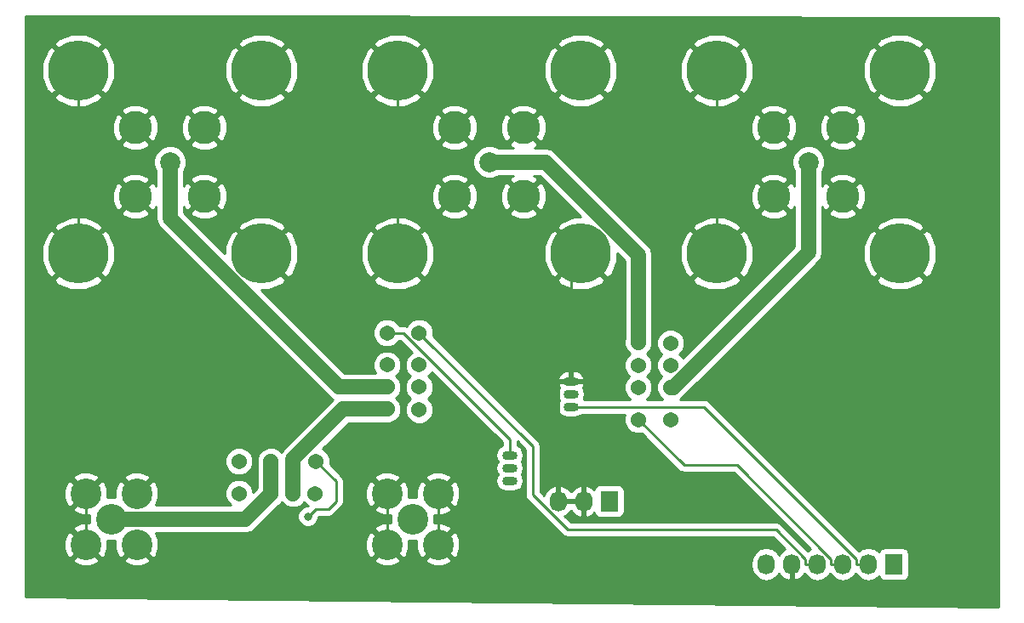
<source format=gbl>
G04 #@! TF.GenerationSoftware,KiCad,Pcbnew,(2017-09-22 revision df472e6)-master*
G04 #@! TF.CreationDate,2018-05-12T20:12:06-07:00*
G04 #@! TF.ProjectId,trswitch,74727377697463682E6B696361645F70,rev?*
G04 #@! TF.SameCoordinates,Original*
G04 #@! TF.FileFunction,Copper,L2,Bot,Signal*
G04 #@! TF.FilePolarity,Positive*
%FSLAX46Y46*%
G04 Gerber Fmt 4.6, Leading zero omitted, Abs format (unit mm)*
G04 Created by KiCad (PCBNEW (2017-09-22 revision df472e6)-master) date Sat May 12 20:12:06 2018*
%MOMM*%
%LPD*%
G01*
G04 APERTURE LIST*
%ADD10C,1.540000*%
%ADD11R,1.727200X2.032000*%
%ADD12O,1.727200X2.032000*%
%ADD13O,1.501140X0.899160*%
%ADD14C,3.048000*%
%ADD15C,3.300000*%
%ADD16C,2.000000*%
%ADD17C,6.000000*%
%ADD18C,0.800000*%
%ADD19C,0.250000*%
%ADD20C,1.500000*%
%ADD21C,0.254000*%
G04 APERTURE END LIST*
D10*
X121158000Y-111760000D03*
X124358000Y-111760000D03*
X126558000Y-111760000D03*
X128758000Y-111760000D03*
X128818000Y-108560000D03*
X126558000Y-108560000D03*
X124358000Y-108560000D03*
X121158000Y-108560000D03*
X164084000Y-104394000D03*
X164084000Y-101194000D03*
X164084000Y-98994000D03*
X164084000Y-96794000D03*
X160884000Y-96734000D03*
X160884000Y-98994000D03*
X160884000Y-101194000D03*
X160884000Y-104394000D03*
X139090000Y-95758000D03*
X139090000Y-98958000D03*
X139090000Y-101158000D03*
X139090000Y-103418000D03*
X135890000Y-103358000D03*
X135890000Y-101158000D03*
X135890000Y-98958000D03*
X135890000Y-95758000D03*
D11*
X157988000Y-112522000D03*
D12*
X155448000Y-112522000D03*
X152908000Y-112522000D03*
D11*
X186300000Y-118800000D03*
D12*
X183760000Y-118800000D03*
X181220000Y-118800000D03*
X178680000Y-118800000D03*
X176140000Y-118800000D03*
X173600000Y-118800000D03*
D13*
X148082000Y-109220000D03*
X148082000Y-110490000D03*
X148082000Y-107950000D03*
X154178000Y-100584000D03*
X154178000Y-103124000D03*
X154178000Y-101854000D03*
D14*
X110998000Y-111760000D03*
X105918000Y-111760000D03*
X105918000Y-116840000D03*
X110998000Y-116840000D03*
X108458000Y-114300000D03*
X138430000Y-114300000D03*
X140970000Y-116840000D03*
X135890000Y-116840000D03*
X135890000Y-111760000D03*
X140970000Y-111760000D03*
D15*
X174370000Y-75310000D03*
D16*
X177800000Y-78740000D03*
D17*
X186918600Y-87858600D03*
X186918600Y-69621400D03*
X168681400Y-87858600D03*
X168681400Y-69621400D03*
D15*
X174370000Y-82170000D03*
X181230000Y-82170000D03*
X181230000Y-75310000D03*
X149480000Y-75310000D03*
X149480000Y-82170000D03*
X142620000Y-82170000D03*
D17*
X136931400Y-69621400D03*
X136931400Y-87858600D03*
X155168600Y-69621400D03*
X155168600Y-87858600D03*
D16*
X146050000Y-78740000D03*
D15*
X142620000Y-75310000D03*
X110870000Y-75310000D03*
D16*
X114300000Y-78740000D03*
D17*
X123418600Y-87858600D03*
X123418600Y-69621400D03*
X105181400Y-87858600D03*
X105181400Y-69621400D03*
D15*
X110870000Y-82170000D03*
X117730000Y-82170000D03*
X117730000Y-75310000D03*
D18*
X128016000Y-114046000D03*
D19*
X150373000Y-107041000D02*
X139090000Y-95758000D01*
X150373000Y-111881200D02*
X150373000Y-107041000D01*
X153852500Y-115360700D02*
X150373000Y-111881200D01*
X174571900Y-115360700D02*
X153852500Y-115360700D01*
X177491100Y-118279900D02*
X174571900Y-115360700D01*
X177491100Y-118800000D02*
X177491100Y-118279900D01*
X178680000Y-118800000D02*
X177491100Y-118800000D01*
X140970000Y-111760000D02*
X140970000Y-116840000D01*
X135890000Y-111760000D02*
X135890000Y-116840000D01*
X105918000Y-116840000D02*
X105918000Y-111760000D01*
X154178000Y-88849200D02*
X154178000Y-100584000D01*
X155168600Y-87858600D02*
X154178000Y-88849200D01*
X105181400Y-69621400D02*
X105181400Y-87858600D01*
X136931400Y-69621400D02*
X136931400Y-87858600D01*
X168681400Y-69621400D02*
X168681400Y-87858600D01*
X152908000Y-100778100D02*
X153102100Y-100584000D01*
X152908000Y-112522000D02*
X152908000Y-100778100D01*
X154178000Y-100584000D02*
X153102100Y-100584000D01*
X182571100Y-118279900D02*
X182571100Y-118800000D01*
X167415200Y-103124000D02*
X182571100Y-118279900D01*
X154178000Y-103124000D02*
X167415200Y-103124000D01*
X183760000Y-118800000D02*
X182571100Y-118800000D01*
X165426900Y-108936900D02*
X160884000Y-104394000D01*
X170688100Y-108936900D02*
X165426900Y-108936900D01*
X180031100Y-118279900D02*
X170688100Y-108936900D01*
X180031100Y-118800000D02*
X180031100Y-118279900D01*
X181220000Y-118800000D02*
X180031100Y-118800000D01*
X148082000Y-106349900D02*
X148082000Y-107950000D01*
X137490100Y-95758000D02*
X148082000Y-106349900D01*
X135890000Y-95758000D02*
X137490100Y-95758000D01*
D20*
X121818000Y-114300000D02*
X124358000Y-111760000D01*
X108458000Y-114300000D02*
X121818000Y-114300000D01*
X124358000Y-108560000D02*
X124358000Y-111760000D01*
X126558000Y-108560000D02*
X126558000Y-111760000D01*
X126558000Y-108323900D02*
X126558000Y-108560000D01*
X131523900Y-103358000D02*
X126558000Y-108323900D01*
X135890000Y-103358000D02*
X131523900Y-103358000D01*
X164330700Y-101194000D02*
X164084000Y-101194000D01*
X177800000Y-87724700D02*
X164330700Y-101194000D01*
X177800000Y-78740000D02*
X177800000Y-87724700D01*
X160884000Y-87984400D02*
X160884000Y-96734000D01*
X151639600Y-78740000D02*
X160884000Y-87984400D01*
X146050000Y-78740000D02*
X151639600Y-78740000D01*
X131117700Y-101158000D02*
X135890000Y-101158000D01*
X114300000Y-84340300D02*
X131117700Y-101158000D01*
X114300000Y-78740000D02*
X114300000Y-84340300D01*
D19*
X128016000Y-114046000D02*
X128778000Y-113284000D01*
X128778000Y-113284000D02*
X130048000Y-113284000D01*
X130048000Y-113284000D02*
X130810000Y-112522000D01*
X130810000Y-112522000D02*
X130810000Y-110552000D01*
X130810000Y-110552000D02*
X128818000Y-108560000D01*
D21*
G36*
X196723000Y-64388668D02*
X196723000Y-123061663D01*
X99949000Y-122048323D01*
X99949000Y-118371307D01*
X104566298Y-118371307D01*
X104729011Y-118692568D01*
X105528464Y-119006556D01*
X106387221Y-118990706D01*
X107106989Y-118692568D01*
X107269702Y-118371307D01*
X109646298Y-118371307D01*
X109809011Y-118692568D01*
X110608464Y-119006556D01*
X111467221Y-118990706D01*
X112186989Y-118692568D01*
X112349702Y-118371307D01*
X134538298Y-118371307D01*
X134701011Y-118692568D01*
X135500464Y-119006556D01*
X136359221Y-118990706D01*
X137078989Y-118692568D01*
X137241702Y-118371307D01*
X139618298Y-118371307D01*
X139781011Y-118692568D01*
X140580464Y-119006556D01*
X141439221Y-118990706D01*
X142158989Y-118692568D01*
X142321702Y-118371307D01*
X140970000Y-117019605D01*
X139618298Y-118371307D01*
X137241702Y-118371307D01*
X135890000Y-117019605D01*
X134538298Y-118371307D01*
X112349702Y-118371307D01*
X110998000Y-117019605D01*
X109646298Y-118371307D01*
X107269702Y-118371307D01*
X105918000Y-117019605D01*
X104566298Y-118371307D01*
X99949000Y-118371307D01*
X99949000Y-116450464D01*
X103751444Y-116450464D01*
X103767294Y-117309221D01*
X104065432Y-118028989D01*
X104386693Y-118191702D01*
X105738395Y-116840000D01*
X104386693Y-115488298D01*
X104065432Y-115651011D01*
X103751444Y-116450464D01*
X99949000Y-116450464D01*
X99949000Y-113291307D01*
X104566298Y-113291307D01*
X104729011Y-113612568D01*
X105528464Y-113926556D01*
X106299338Y-113912328D01*
X106298673Y-114673608D01*
X105448779Y-114689294D01*
X104729011Y-114987432D01*
X104566298Y-115308693D01*
X105918000Y-116660395D01*
X105932143Y-116646253D01*
X106111748Y-116825858D01*
X106097605Y-116840000D01*
X107449307Y-118191702D01*
X107770568Y-118028989D01*
X108084556Y-117229536D01*
X108070328Y-116458662D01*
X108831608Y-116459327D01*
X108847294Y-117309221D01*
X109145432Y-118028989D01*
X109466693Y-118191702D01*
X110818395Y-116840000D01*
X110804253Y-116825858D01*
X110983858Y-116646253D01*
X110998000Y-116660395D01*
X111012143Y-116646253D01*
X111191748Y-116825858D01*
X111177605Y-116840000D01*
X112529307Y-118191702D01*
X112850568Y-118028989D01*
X113164556Y-117229536D01*
X113150177Y-116450464D01*
X133723444Y-116450464D01*
X133739294Y-117309221D01*
X134037432Y-118028989D01*
X134358693Y-118191702D01*
X135710395Y-116840000D01*
X134358693Y-115488298D01*
X134037432Y-115651011D01*
X133723444Y-116450464D01*
X113150177Y-116450464D01*
X113148706Y-116370779D01*
X112864647Y-115685000D01*
X121818000Y-115685000D01*
X122348017Y-115579573D01*
X122797343Y-115279343D01*
X125105217Y-112971469D01*
X125152829Y-112951796D01*
X125458186Y-112646972D01*
X125761092Y-112950407D01*
X126277302Y-113164756D01*
X126836246Y-113165244D01*
X127352829Y-112951796D01*
X127658186Y-112646972D01*
X127961092Y-112950407D01*
X128014581Y-112972617D01*
X127976233Y-113010965D01*
X127811029Y-113010821D01*
X127430485Y-113168058D01*
X127139081Y-113458954D01*
X126981180Y-113839223D01*
X126980821Y-114250971D01*
X127138058Y-114631515D01*
X127428954Y-114922919D01*
X127809223Y-115080820D01*
X128220971Y-115081179D01*
X128601515Y-114923942D01*
X128892919Y-114633046D01*
X129050820Y-114252777D01*
X129050966Y-114085836D01*
X129092802Y-114044000D01*
X130048000Y-114044000D01*
X130338839Y-113986148D01*
X130585401Y-113821401D01*
X131115495Y-113291307D01*
X134538298Y-113291307D01*
X134701011Y-113612568D01*
X135500464Y-113926556D01*
X136271338Y-113912328D01*
X136270673Y-114673608D01*
X135420779Y-114689294D01*
X134701011Y-114987432D01*
X134538298Y-115308693D01*
X135890000Y-116660395D01*
X135904143Y-116646253D01*
X136083748Y-116825858D01*
X136069605Y-116840000D01*
X137421307Y-118191702D01*
X137742568Y-118028989D01*
X138056556Y-117229536D01*
X138042328Y-116458662D01*
X138803608Y-116459327D01*
X138819294Y-117309221D01*
X139117432Y-118028989D01*
X139438693Y-118191702D01*
X140790395Y-116840000D01*
X141149605Y-116840000D01*
X142501307Y-118191702D01*
X142822568Y-118028989D01*
X143136556Y-117229536D01*
X143120706Y-116370779D01*
X142822568Y-115651011D01*
X142501307Y-115488298D01*
X141149605Y-116840000D01*
X140790395Y-116840000D01*
X140776253Y-116825858D01*
X140955858Y-116646253D01*
X140970000Y-116660395D01*
X142321702Y-115308693D01*
X142158989Y-114987432D01*
X141359536Y-114673444D01*
X140588662Y-114687672D01*
X140589327Y-113926392D01*
X141439221Y-113910706D01*
X142158989Y-113612568D01*
X142321702Y-113291307D01*
X140970000Y-111939605D01*
X140955858Y-111953748D01*
X140776253Y-111774143D01*
X140790395Y-111760000D01*
X141149605Y-111760000D01*
X142501307Y-113111702D01*
X142822568Y-112948989D01*
X143136556Y-112149536D01*
X143120706Y-111290779D01*
X142822568Y-110571011D01*
X142501307Y-110408298D01*
X141149605Y-111760000D01*
X140790395Y-111760000D01*
X139438693Y-110408298D01*
X139117432Y-110571011D01*
X138803444Y-111370464D01*
X138817672Y-112141338D01*
X138056392Y-112140673D01*
X138040706Y-111290779D01*
X137742568Y-110571011D01*
X137421307Y-110408298D01*
X136069605Y-111760000D01*
X136083748Y-111774143D01*
X135904143Y-111953748D01*
X135890000Y-111939605D01*
X134538298Y-113291307D01*
X131115495Y-113291307D01*
X131347401Y-113059401D01*
X131512148Y-112812839D01*
X131570000Y-112522000D01*
X131570000Y-111370464D01*
X133723444Y-111370464D01*
X133739294Y-112229221D01*
X134037432Y-112948989D01*
X134358693Y-113111702D01*
X135710395Y-111760000D01*
X134358693Y-110408298D01*
X134037432Y-110571011D01*
X133723444Y-111370464D01*
X131570000Y-111370464D01*
X131570000Y-110552000D01*
X131512148Y-110261161D01*
X131512148Y-110261160D01*
X131490455Y-110228693D01*
X134538298Y-110228693D01*
X135890000Y-111580395D01*
X137241702Y-110228693D01*
X139618298Y-110228693D01*
X140970000Y-111580395D01*
X142321702Y-110228693D01*
X142158989Y-109907432D01*
X141359536Y-109593444D01*
X140500779Y-109609294D01*
X139781011Y-109907432D01*
X139618298Y-110228693D01*
X137241702Y-110228693D01*
X137078989Y-109907432D01*
X136279536Y-109593444D01*
X135420779Y-109609294D01*
X134701011Y-109907432D01*
X134538298Y-110228693D01*
X131490455Y-110228693D01*
X131347401Y-110014599D01*
X130208304Y-108875502D01*
X130222756Y-108840698D01*
X130223244Y-108281754D01*
X130009796Y-107765171D01*
X129614908Y-107369593D01*
X129513218Y-107327368D01*
X132097586Y-104743000D01*
X135561724Y-104743000D01*
X135609302Y-104762756D01*
X136168246Y-104763244D01*
X136684829Y-104549796D01*
X137080407Y-104154908D01*
X137294756Y-103638698D01*
X137295244Y-103079754D01*
X137081796Y-102563171D01*
X136776972Y-102257814D01*
X137080407Y-101954908D01*
X137294756Y-101438698D01*
X137295244Y-100879754D01*
X137081796Y-100363171D01*
X136776972Y-100057814D01*
X137080407Y-99754908D01*
X137294756Y-99238698D01*
X137295244Y-98679754D01*
X137081796Y-98163171D01*
X136686908Y-97767593D01*
X136170698Y-97553244D01*
X135611754Y-97552756D01*
X135095171Y-97766204D01*
X134699593Y-98161092D01*
X134485244Y-98677302D01*
X134484756Y-99236246D01*
X134698204Y-99752829D01*
X134718340Y-99773000D01*
X131691386Y-99773000D01*
X127954632Y-96036246D01*
X134484756Y-96036246D01*
X134698204Y-96552829D01*
X135093092Y-96948407D01*
X135609302Y-97162756D01*
X136168246Y-97163244D01*
X136684829Y-96949796D01*
X137080407Y-96554908D01*
X137095733Y-96518000D01*
X137175298Y-96518000D01*
X138385980Y-97728682D01*
X138295171Y-97766204D01*
X137899593Y-98161092D01*
X137685244Y-98677302D01*
X137684756Y-99236246D01*
X137898204Y-99752829D01*
X138203028Y-100058186D01*
X137899593Y-100361092D01*
X137685244Y-100877302D01*
X137684756Y-101436246D01*
X137898204Y-101952829D01*
X138233028Y-102288238D01*
X137899593Y-102621092D01*
X137685244Y-103137302D01*
X137684756Y-103696246D01*
X137898204Y-104212829D01*
X138293092Y-104608407D01*
X138809302Y-104822756D01*
X139368246Y-104823244D01*
X139884829Y-104609796D01*
X140280407Y-104214908D01*
X140494756Y-103698698D01*
X140495244Y-103139754D01*
X140281796Y-102623171D01*
X139946972Y-102287762D01*
X140280407Y-101954908D01*
X140494756Y-101438698D01*
X140495244Y-100879754D01*
X140281796Y-100363171D01*
X139976972Y-100057814D01*
X140280407Y-99754908D01*
X140319077Y-99661779D01*
X147322000Y-106664702D01*
X147322000Y-106959214D01*
X146986951Y-107183086D01*
X146751844Y-107534949D01*
X146669285Y-107950000D01*
X146751844Y-108365051D01*
X146898809Y-108585000D01*
X146751844Y-108804949D01*
X146669285Y-109220000D01*
X146751844Y-109635051D01*
X146898809Y-109855000D01*
X146751844Y-110074949D01*
X146669285Y-110490000D01*
X146751844Y-110905051D01*
X146986951Y-111256914D01*
X147338814Y-111492021D01*
X147753865Y-111574580D01*
X148410135Y-111574580D01*
X148825186Y-111492021D01*
X149177049Y-111256914D01*
X149412156Y-110905051D01*
X149494715Y-110490000D01*
X149412156Y-110074949D01*
X149265191Y-109855000D01*
X149412156Y-109635051D01*
X149494715Y-109220000D01*
X149412156Y-108804949D01*
X149265191Y-108585000D01*
X149412156Y-108365051D01*
X149494715Y-107950000D01*
X149412156Y-107534949D01*
X149177049Y-107183086D01*
X148842000Y-106959214D01*
X148842000Y-106584802D01*
X149613000Y-107355802D01*
X149613000Y-111881200D01*
X149670852Y-112172039D01*
X149835599Y-112418601D01*
X153315099Y-115898101D01*
X153561661Y-116062848D01*
X153852500Y-116120700D01*
X174257098Y-116120700D01*
X175472627Y-117336229D01*
X175237964Y-117449268D01*
X174866461Y-117865069D01*
X174659670Y-117555585D01*
X174173489Y-117230729D01*
X173600000Y-117116655D01*
X173026511Y-117230729D01*
X172540330Y-117555585D01*
X172215474Y-118041766D01*
X172101400Y-118615255D01*
X172101400Y-118984745D01*
X172215474Y-119558234D01*
X172540330Y-120044415D01*
X173026511Y-120369271D01*
X173600000Y-120483345D01*
X174173489Y-120369271D01*
X174659670Y-120044415D01*
X174866461Y-119734931D01*
X175237964Y-120150732D01*
X175765209Y-120404709D01*
X175780974Y-120407358D01*
X176013000Y-120286217D01*
X176013000Y-118927000D01*
X175993000Y-118927000D01*
X175993000Y-118673000D01*
X176013000Y-118673000D01*
X176013000Y-118653000D01*
X176267000Y-118653000D01*
X176267000Y-118673000D01*
X176287000Y-118673000D01*
X176287000Y-118927000D01*
X176267000Y-118927000D01*
X176267000Y-120286217D01*
X176499026Y-120407358D01*
X176514791Y-120404709D01*
X177042036Y-120150732D01*
X177413539Y-119734931D01*
X177620330Y-120044415D01*
X178106511Y-120369271D01*
X178680000Y-120483345D01*
X179253489Y-120369271D01*
X179739670Y-120044415D01*
X179950000Y-119729634D01*
X180160330Y-120044415D01*
X180646511Y-120369271D01*
X181220000Y-120483345D01*
X181793489Y-120369271D01*
X182279670Y-120044415D01*
X182490000Y-119729634D01*
X182700330Y-120044415D01*
X183186511Y-120369271D01*
X183760000Y-120483345D01*
X184333489Y-120369271D01*
X184819670Y-120044415D01*
X184831016Y-120027434D01*
X184838243Y-120063765D01*
X184978591Y-120273809D01*
X185188635Y-120414157D01*
X185436400Y-120463440D01*
X187163600Y-120463440D01*
X187411365Y-120414157D01*
X187621409Y-120273809D01*
X187761757Y-120063765D01*
X187811040Y-119816000D01*
X187811040Y-117784000D01*
X187761757Y-117536235D01*
X187621409Y-117326191D01*
X187411365Y-117185843D01*
X187163600Y-117136560D01*
X185436400Y-117136560D01*
X185188635Y-117185843D01*
X184978591Y-117326191D01*
X184838243Y-117536235D01*
X184831016Y-117572566D01*
X184819670Y-117555585D01*
X184333489Y-117230729D01*
X183760000Y-117116655D01*
X183186511Y-117230729D01*
X182832964Y-117466962D01*
X167952601Y-102586599D01*
X167706039Y-102421852D01*
X167415200Y-102364000D01*
X165024705Y-102364000D01*
X165310043Y-102173343D01*
X177028156Y-90455230D01*
X184501575Y-90455230D01*
X184844166Y-90929877D01*
X186177400Y-91489942D01*
X187623475Y-91497168D01*
X188962239Y-90950454D01*
X188993034Y-90929877D01*
X189335625Y-90455230D01*
X186918600Y-88038205D01*
X184501575Y-90455230D01*
X177028156Y-90455230D01*
X178779343Y-88704043D01*
X178873267Y-88563475D01*
X183280032Y-88563475D01*
X183826746Y-89902239D01*
X183847323Y-89933034D01*
X184321970Y-90275625D01*
X186738995Y-87858600D01*
X187098205Y-87858600D01*
X189515230Y-90275625D01*
X189989877Y-89933034D01*
X190549942Y-88599800D01*
X190557168Y-87153725D01*
X190010454Y-85814961D01*
X189989877Y-85784166D01*
X189515230Y-85441575D01*
X187098205Y-87858600D01*
X186738995Y-87858600D01*
X184321970Y-85441575D01*
X183847323Y-85784166D01*
X183287258Y-87117400D01*
X183280032Y-88563475D01*
X178873267Y-88563475D01*
X179079574Y-88254716D01*
X179185000Y-87724700D01*
X179185000Y-85261970D01*
X184501575Y-85261970D01*
X186918600Y-87678995D01*
X189335625Y-85261970D01*
X188993034Y-84787323D01*
X187659800Y-84227258D01*
X186213725Y-84220032D01*
X184874961Y-84766746D01*
X184844166Y-84787323D01*
X184501575Y-85261970D01*
X179185000Y-85261970D01*
X179185000Y-83792314D01*
X179787291Y-83792314D01*
X179965379Y-84126666D01*
X180810426Y-84461673D01*
X181719350Y-84447794D01*
X182494621Y-84126666D01*
X182672709Y-83792314D01*
X181230000Y-82349605D01*
X179787291Y-83792314D01*
X179185000Y-83792314D01*
X179185000Y-83221364D01*
X179273334Y-83434621D01*
X179607686Y-83612709D01*
X181050395Y-82170000D01*
X181409605Y-82170000D01*
X182852314Y-83612709D01*
X183186666Y-83434621D01*
X183521673Y-82589574D01*
X183507794Y-81680650D01*
X183186666Y-80905379D01*
X182852314Y-80727291D01*
X181409605Y-82170000D01*
X181050395Y-82170000D01*
X179607686Y-80727291D01*
X179273334Y-80905379D01*
X179185000Y-81128199D01*
X179185000Y-80547686D01*
X179787291Y-80547686D01*
X181230000Y-81990395D01*
X182672709Y-80547686D01*
X182494621Y-80213334D01*
X181649574Y-79878327D01*
X180740650Y-79892206D01*
X179965379Y-80213334D01*
X179787291Y-80547686D01*
X179185000Y-80547686D01*
X179185000Y-79667641D01*
X179185278Y-79667363D01*
X179434716Y-79066648D01*
X179435284Y-78416205D01*
X179186894Y-77815057D01*
X178727363Y-77354722D01*
X178126648Y-77105284D01*
X177476205Y-77104716D01*
X176875057Y-77353106D01*
X176414722Y-77812637D01*
X176165284Y-78413352D01*
X176164716Y-79063795D01*
X176413106Y-79664943D01*
X176415000Y-79666840D01*
X176415000Y-81118636D01*
X176326666Y-80905379D01*
X175992314Y-80727291D01*
X174549605Y-82170000D01*
X175992314Y-83612709D01*
X176326666Y-83434621D01*
X176415000Y-83211801D01*
X176415000Y-87151014D01*
X165302417Y-98263597D01*
X165275796Y-98199171D01*
X164970972Y-97893814D01*
X165274407Y-97590908D01*
X165488756Y-97074698D01*
X165489244Y-96515754D01*
X165275796Y-95999171D01*
X164880908Y-95603593D01*
X164364698Y-95389244D01*
X163805754Y-95388756D01*
X163289171Y-95602204D01*
X162893593Y-95997092D01*
X162679244Y-96513302D01*
X162678756Y-97072246D01*
X162892204Y-97588829D01*
X163197028Y-97894186D01*
X162893593Y-98197092D01*
X162679244Y-98713302D01*
X162678756Y-99272246D01*
X162892204Y-99788829D01*
X163197028Y-100094186D01*
X162893593Y-100397092D01*
X162679244Y-100913302D01*
X162678756Y-101472246D01*
X162892204Y-101988829D01*
X163266721Y-102364000D01*
X161700663Y-102364000D01*
X162074407Y-101990908D01*
X162288756Y-101474698D01*
X162289244Y-100915754D01*
X162075796Y-100399171D01*
X161770972Y-100093814D01*
X162074407Y-99790908D01*
X162288756Y-99274698D01*
X162289244Y-98715754D01*
X162075796Y-98199171D01*
X161740972Y-97863762D01*
X162074407Y-97530908D01*
X162288756Y-97014698D01*
X162289244Y-96455754D01*
X162269000Y-96406760D01*
X162269000Y-90455230D01*
X166264375Y-90455230D01*
X166606966Y-90929877D01*
X167940200Y-91489942D01*
X169386275Y-91497168D01*
X170725039Y-90950454D01*
X170755834Y-90929877D01*
X171098425Y-90455230D01*
X168681400Y-88038205D01*
X166264375Y-90455230D01*
X162269000Y-90455230D01*
X162269000Y-88563475D01*
X165042832Y-88563475D01*
X165589546Y-89902239D01*
X165610123Y-89933034D01*
X166084770Y-90275625D01*
X168501795Y-87858600D01*
X168861005Y-87858600D01*
X171278030Y-90275625D01*
X171752677Y-89933034D01*
X172312742Y-88599800D01*
X172319968Y-87153725D01*
X171773254Y-85814961D01*
X171752677Y-85784166D01*
X171278030Y-85441575D01*
X168861005Y-87858600D01*
X168501795Y-87858600D01*
X166084770Y-85441575D01*
X165610123Y-85784166D01*
X165050058Y-87117400D01*
X165042832Y-88563475D01*
X162269000Y-88563475D01*
X162269000Y-87984400D01*
X162163573Y-87454383D01*
X161863343Y-87005057D01*
X160120256Y-85261970D01*
X166264375Y-85261970D01*
X168681400Y-87678995D01*
X171098425Y-85261970D01*
X170755834Y-84787323D01*
X169422600Y-84227258D01*
X167976525Y-84220032D01*
X166637761Y-84766746D01*
X166606966Y-84787323D01*
X166264375Y-85261970D01*
X160120256Y-85261970D01*
X158650600Y-83792314D01*
X172927291Y-83792314D01*
X173105379Y-84126666D01*
X173950426Y-84461673D01*
X174859350Y-84447794D01*
X175634621Y-84126666D01*
X175812709Y-83792314D01*
X174370000Y-82349605D01*
X172927291Y-83792314D01*
X158650600Y-83792314D01*
X156608712Y-81750426D01*
X172078327Y-81750426D01*
X172092206Y-82659350D01*
X172413334Y-83434621D01*
X172747686Y-83612709D01*
X174190395Y-82170000D01*
X172747686Y-80727291D01*
X172413334Y-80905379D01*
X172078327Y-81750426D01*
X156608712Y-81750426D01*
X155405972Y-80547686D01*
X172927291Y-80547686D01*
X174370000Y-81990395D01*
X175812709Y-80547686D01*
X175634621Y-80213334D01*
X174789574Y-79878327D01*
X173880650Y-79892206D01*
X173105379Y-80213334D01*
X172927291Y-80547686D01*
X155405972Y-80547686D01*
X152618943Y-77760657D01*
X152169617Y-77460427D01*
X151639600Y-77355000D01*
X150531364Y-77355000D01*
X150744621Y-77266666D01*
X150922709Y-76932314D01*
X172927291Y-76932314D01*
X173105379Y-77266666D01*
X173950426Y-77601673D01*
X174859350Y-77587794D01*
X175634621Y-77266666D01*
X175812709Y-76932314D01*
X179787291Y-76932314D01*
X179965379Y-77266666D01*
X180810426Y-77601673D01*
X181719350Y-77587794D01*
X182494621Y-77266666D01*
X182672709Y-76932314D01*
X181230000Y-75489605D01*
X179787291Y-76932314D01*
X175812709Y-76932314D01*
X174370000Y-75489605D01*
X172927291Y-76932314D01*
X150922709Y-76932314D01*
X149480000Y-75489605D01*
X148037291Y-76932314D01*
X148215379Y-77266666D01*
X148438199Y-77355000D01*
X146977641Y-77355000D01*
X146977363Y-77354722D01*
X146376648Y-77105284D01*
X145726205Y-77104716D01*
X145125057Y-77353106D01*
X144664722Y-77812637D01*
X144415284Y-78413352D01*
X144414716Y-79063795D01*
X144663106Y-79664943D01*
X145122637Y-80125278D01*
X145723352Y-80374716D01*
X146373795Y-80375284D01*
X146974943Y-80126894D01*
X146976840Y-80125000D01*
X148428636Y-80125000D01*
X148215379Y-80213334D01*
X148037291Y-80547686D01*
X149480000Y-81990395D01*
X150922709Y-80547686D01*
X150744621Y-80213334D01*
X150521801Y-80125000D01*
X151065914Y-80125000D01*
X155164447Y-84223533D01*
X154463725Y-84220032D01*
X153124961Y-84766746D01*
X153094166Y-84787323D01*
X152751575Y-85261970D01*
X155168600Y-87678995D01*
X155182743Y-87664853D01*
X155362348Y-87844458D01*
X155348205Y-87858600D01*
X157765230Y-90275625D01*
X158239877Y-89933034D01*
X158799942Y-88599800D01*
X158803625Y-87862711D01*
X159499000Y-88558086D01*
X159499000Y-96405724D01*
X159479244Y-96453302D01*
X159478756Y-97012246D01*
X159692204Y-97528829D01*
X160027028Y-97864238D01*
X159693593Y-98197092D01*
X159479244Y-98713302D01*
X159478756Y-99272246D01*
X159692204Y-99788829D01*
X159997028Y-100094186D01*
X159693593Y-100397092D01*
X159479244Y-100913302D01*
X159478756Y-101472246D01*
X159692204Y-101988829D01*
X160066721Y-102364000D01*
X155444713Y-102364000D01*
X155508156Y-102269051D01*
X155590715Y-101854000D01*
X155508156Y-101438949D01*
X155358359Y-101214762D01*
X155522981Y-100877935D01*
X155396068Y-100711000D01*
X154305000Y-100711000D01*
X154305000Y-100731000D01*
X154051000Y-100731000D01*
X154051000Y-100711000D01*
X152959932Y-100711000D01*
X152833019Y-100877935D01*
X152997641Y-101214762D01*
X152847844Y-101438949D01*
X152765285Y-101854000D01*
X152847844Y-102269051D01*
X152994809Y-102489000D01*
X152847844Y-102708949D01*
X152765285Y-103124000D01*
X152847844Y-103539051D01*
X153082951Y-103890914D01*
X153434814Y-104126021D01*
X153849865Y-104208580D01*
X154506135Y-104208580D01*
X154921186Y-104126021D01*
X155273049Y-103890914D01*
X155277669Y-103884000D01*
X159574458Y-103884000D01*
X159479244Y-104113302D01*
X159478756Y-104672246D01*
X159692204Y-105188829D01*
X160087092Y-105584407D01*
X160603302Y-105798756D01*
X161162246Y-105799244D01*
X161199181Y-105783983D01*
X164889499Y-109474301D01*
X165136061Y-109639048D01*
X165426900Y-109696900D01*
X170373298Y-109696900D01*
X177986989Y-117310591D01*
X177752964Y-117466962D01*
X175109301Y-114823299D01*
X174862739Y-114658552D01*
X174571900Y-114600700D01*
X154167302Y-114600700D01*
X153559850Y-113993248D01*
X153810036Y-113872732D01*
X154178000Y-113460892D01*
X154545964Y-113872732D01*
X155073209Y-114126709D01*
X155088974Y-114129358D01*
X155321000Y-114008217D01*
X155321000Y-112649000D01*
X153035000Y-112649000D01*
X153035000Y-112669000D01*
X152781000Y-112669000D01*
X152781000Y-112649000D01*
X152761000Y-112649000D01*
X152761000Y-112395000D01*
X152781000Y-112395000D01*
X152781000Y-111035783D01*
X153035000Y-111035783D01*
X153035000Y-112395000D01*
X155321000Y-112395000D01*
X155321000Y-111035783D01*
X155575000Y-111035783D01*
X155575000Y-112395000D01*
X155595000Y-112395000D01*
X155595000Y-112649000D01*
X155575000Y-112649000D01*
X155575000Y-114008217D01*
X155807026Y-114129358D01*
X155822791Y-114126709D01*
X156350036Y-113872732D01*
X156508306Y-113695590D01*
X156526243Y-113785765D01*
X156666591Y-113995809D01*
X156876635Y-114136157D01*
X157124400Y-114185440D01*
X158851600Y-114185440D01*
X159099365Y-114136157D01*
X159309409Y-113995809D01*
X159449757Y-113785765D01*
X159499040Y-113538000D01*
X159499040Y-111506000D01*
X159449757Y-111258235D01*
X159309409Y-111048191D01*
X159099365Y-110907843D01*
X158851600Y-110858560D01*
X157124400Y-110858560D01*
X156876635Y-110907843D01*
X156666591Y-111048191D01*
X156526243Y-111258235D01*
X156508306Y-111348410D01*
X156350036Y-111171268D01*
X155822791Y-110917291D01*
X155807026Y-110914642D01*
X155575000Y-111035783D01*
X155321000Y-111035783D01*
X155088974Y-110914642D01*
X155073209Y-110917291D01*
X154545964Y-111171268D01*
X154178000Y-111583108D01*
X153810036Y-111171268D01*
X153282791Y-110917291D01*
X153267026Y-110914642D01*
X153035000Y-111035783D01*
X152781000Y-111035783D01*
X152548974Y-110914642D01*
X152533209Y-110917291D01*
X152005964Y-111171268D01*
X151616046Y-111607680D01*
X151501564Y-111934962D01*
X151133000Y-111566398D01*
X151133000Y-107041000D01*
X151075148Y-106750161D01*
X150910401Y-106503599D01*
X144696867Y-100290065D01*
X152833019Y-100290065D01*
X152959932Y-100457000D01*
X154051000Y-100457000D01*
X154051000Y-99499420D01*
X154305000Y-99499420D01*
X154305000Y-100457000D01*
X155396068Y-100457000D01*
X155522981Y-100290065D01*
X155335706Y-99906889D01*
X155011373Y-99630580D01*
X154605990Y-99499420D01*
X154305000Y-99499420D01*
X154051000Y-99499420D01*
X153750010Y-99499420D01*
X153344627Y-99630580D01*
X153020294Y-99906889D01*
X152833019Y-100290065D01*
X144696867Y-100290065D01*
X140480304Y-96073502D01*
X140494756Y-96038698D01*
X140495244Y-95479754D01*
X140281796Y-94963171D01*
X139886908Y-94567593D01*
X139370698Y-94353244D01*
X138811754Y-94352756D01*
X138295171Y-94566204D01*
X137899593Y-94961092D01*
X137843021Y-95097333D01*
X137780939Y-95055852D01*
X137490100Y-94998000D01*
X137096187Y-94998000D01*
X137081796Y-94963171D01*
X136686908Y-94567593D01*
X136170698Y-94353244D01*
X135611754Y-94352756D01*
X135095171Y-94566204D01*
X134699593Y-94961092D01*
X134485244Y-95477302D01*
X134484756Y-96036246D01*
X127954632Y-96036246D01*
X123411999Y-91493613D01*
X124123475Y-91497168D01*
X125462239Y-90950454D01*
X125493034Y-90929877D01*
X125835625Y-90455230D01*
X134514375Y-90455230D01*
X134856966Y-90929877D01*
X136190200Y-91489942D01*
X137636275Y-91497168D01*
X138975039Y-90950454D01*
X139005834Y-90929877D01*
X139348425Y-90455230D01*
X152751575Y-90455230D01*
X153094166Y-90929877D01*
X154427400Y-91489942D01*
X155873475Y-91497168D01*
X157212239Y-90950454D01*
X157243034Y-90929877D01*
X157585625Y-90455230D01*
X155168600Y-88038205D01*
X152751575Y-90455230D01*
X139348425Y-90455230D01*
X136931400Y-88038205D01*
X134514375Y-90455230D01*
X125835625Y-90455230D01*
X123418600Y-88038205D01*
X123404458Y-88052348D01*
X123224853Y-87872743D01*
X123238995Y-87858600D01*
X123598205Y-87858600D01*
X126015230Y-90275625D01*
X126489877Y-89933034D01*
X127049942Y-88599800D01*
X127050123Y-88563475D01*
X133292832Y-88563475D01*
X133839546Y-89902239D01*
X133860123Y-89933034D01*
X134334770Y-90275625D01*
X136751795Y-87858600D01*
X137111005Y-87858600D01*
X139528030Y-90275625D01*
X140002677Y-89933034D01*
X140562742Y-88599800D01*
X140562923Y-88563475D01*
X151530032Y-88563475D01*
X152076746Y-89902239D01*
X152097323Y-89933034D01*
X152571970Y-90275625D01*
X154988995Y-87858600D01*
X152571970Y-85441575D01*
X152097323Y-85784166D01*
X151537258Y-87117400D01*
X151530032Y-88563475D01*
X140562923Y-88563475D01*
X140569968Y-87153725D01*
X140023254Y-85814961D01*
X140002677Y-85784166D01*
X139528030Y-85441575D01*
X137111005Y-87858600D01*
X136751795Y-87858600D01*
X134334770Y-85441575D01*
X133860123Y-85784166D01*
X133300058Y-87117400D01*
X133292832Y-88563475D01*
X127050123Y-88563475D01*
X127057168Y-87153725D01*
X126510454Y-85814961D01*
X126489877Y-85784166D01*
X126015230Y-85441575D01*
X123598205Y-87858600D01*
X123238995Y-87858600D01*
X120821970Y-85441575D01*
X120347323Y-85784166D01*
X119787258Y-87117400D01*
X119783522Y-87865136D01*
X117180356Y-85261970D01*
X121001575Y-85261970D01*
X123418600Y-87678995D01*
X125835625Y-85261970D01*
X134514375Y-85261970D01*
X136931400Y-87678995D01*
X139348425Y-85261970D01*
X139005834Y-84787323D01*
X137672600Y-84227258D01*
X136226525Y-84220032D01*
X134887761Y-84766746D01*
X134856966Y-84787323D01*
X134514375Y-85261970D01*
X125835625Y-85261970D01*
X125493034Y-84787323D01*
X124159800Y-84227258D01*
X122713725Y-84220032D01*
X121374961Y-84766746D01*
X121344166Y-84787323D01*
X121001575Y-85261970D01*
X117180356Y-85261970D01*
X115710700Y-83792314D01*
X116287291Y-83792314D01*
X116465379Y-84126666D01*
X117310426Y-84461673D01*
X118219350Y-84447794D01*
X118994621Y-84126666D01*
X119172709Y-83792314D01*
X141177291Y-83792314D01*
X141355379Y-84126666D01*
X142200426Y-84461673D01*
X143109350Y-84447794D01*
X143884621Y-84126666D01*
X144062709Y-83792314D01*
X148037291Y-83792314D01*
X148215379Y-84126666D01*
X149060426Y-84461673D01*
X149969350Y-84447794D01*
X150744621Y-84126666D01*
X150922709Y-83792314D01*
X149480000Y-82349605D01*
X148037291Y-83792314D01*
X144062709Y-83792314D01*
X142620000Y-82349605D01*
X141177291Y-83792314D01*
X119172709Y-83792314D01*
X117730000Y-82349605D01*
X116287291Y-83792314D01*
X115710700Y-83792314D01*
X115685000Y-83766614D01*
X115685000Y-83221364D01*
X115773334Y-83434621D01*
X116107686Y-83612709D01*
X117550395Y-82170000D01*
X117909605Y-82170000D01*
X119352314Y-83612709D01*
X119686666Y-83434621D01*
X120021673Y-82589574D01*
X120008860Y-81750426D01*
X140328327Y-81750426D01*
X140342206Y-82659350D01*
X140663334Y-83434621D01*
X140997686Y-83612709D01*
X142440395Y-82170000D01*
X142799605Y-82170000D01*
X144242314Y-83612709D01*
X144576666Y-83434621D01*
X144911673Y-82589574D01*
X144898860Y-81750426D01*
X147188327Y-81750426D01*
X147202206Y-82659350D01*
X147523334Y-83434621D01*
X147857686Y-83612709D01*
X149300395Y-82170000D01*
X149659605Y-82170000D01*
X151102314Y-83612709D01*
X151436666Y-83434621D01*
X151771673Y-82589574D01*
X151757794Y-81680650D01*
X151436666Y-80905379D01*
X151102314Y-80727291D01*
X149659605Y-82170000D01*
X149300395Y-82170000D01*
X147857686Y-80727291D01*
X147523334Y-80905379D01*
X147188327Y-81750426D01*
X144898860Y-81750426D01*
X144897794Y-81680650D01*
X144576666Y-80905379D01*
X144242314Y-80727291D01*
X142799605Y-82170000D01*
X142440395Y-82170000D01*
X140997686Y-80727291D01*
X140663334Y-80905379D01*
X140328327Y-81750426D01*
X120008860Y-81750426D01*
X120007794Y-81680650D01*
X119686666Y-80905379D01*
X119352314Y-80727291D01*
X117909605Y-82170000D01*
X117550395Y-82170000D01*
X116107686Y-80727291D01*
X115773334Y-80905379D01*
X115685000Y-81128199D01*
X115685000Y-80547686D01*
X116287291Y-80547686D01*
X117730000Y-81990395D01*
X119172709Y-80547686D01*
X141177291Y-80547686D01*
X142620000Y-81990395D01*
X144062709Y-80547686D01*
X143884621Y-80213334D01*
X143039574Y-79878327D01*
X142130650Y-79892206D01*
X141355379Y-80213334D01*
X141177291Y-80547686D01*
X119172709Y-80547686D01*
X118994621Y-80213334D01*
X118149574Y-79878327D01*
X117240650Y-79892206D01*
X116465379Y-80213334D01*
X116287291Y-80547686D01*
X115685000Y-80547686D01*
X115685000Y-79667641D01*
X115685278Y-79667363D01*
X115934716Y-79066648D01*
X115935284Y-78416205D01*
X115686894Y-77815057D01*
X115227363Y-77354722D01*
X114626648Y-77105284D01*
X113976205Y-77104716D01*
X113375057Y-77353106D01*
X112914722Y-77812637D01*
X112665284Y-78413352D01*
X112664716Y-79063795D01*
X112913106Y-79664943D01*
X112915000Y-79666840D01*
X112915000Y-81118636D01*
X112826666Y-80905379D01*
X112492314Y-80727291D01*
X111049605Y-82170000D01*
X112492314Y-83612709D01*
X112826666Y-83434621D01*
X112915000Y-83211801D01*
X112915000Y-84340300D01*
X113020427Y-84870317D01*
X113282121Y-85261970D01*
X113320657Y-85319643D01*
X130138357Y-102137343D01*
X130526513Y-102396701D01*
X125578657Y-107344557D01*
X125398728Y-107613839D01*
X125154908Y-107369593D01*
X124638698Y-107155244D01*
X124079754Y-107154756D01*
X123563171Y-107368204D01*
X123167593Y-107763092D01*
X122953244Y-108279302D01*
X122952756Y-108838246D01*
X122973000Y-108887240D01*
X122973000Y-111186314D01*
X122563144Y-111596170D01*
X122563244Y-111481754D01*
X122349796Y-110965171D01*
X121954908Y-110569593D01*
X121438698Y-110355244D01*
X120879754Y-110354756D01*
X120363171Y-110568204D01*
X119967593Y-110963092D01*
X119753244Y-111479302D01*
X119752756Y-112038246D01*
X119966204Y-112554829D01*
X120325747Y-112915000D01*
X112863917Y-112915000D01*
X113164556Y-112149536D01*
X113148706Y-111290779D01*
X112850568Y-110571011D01*
X112529307Y-110408298D01*
X111177605Y-111760000D01*
X111191748Y-111774143D01*
X111012143Y-111953748D01*
X110998000Y-111939605D01*
X110983858Y-111953748D01*
X110804253Y-111774143D01*
X110818395Y-111760000D01*
X109466693Y-110408298D01*
X109145432Y-110571011D01*
X108831444Y-111370464D01*
X108845672Y-112141338D01*
X108084392Y-112140673D01*
X108068706Y-111290779D01*
X107770568Y-110571011D01*
X107449307Y-110408298D01*
X106097605Y-111760000D01*
X106111748Y-111774143D01*
X105932143Y-111953748D01*
X105918000Y-111939605D01*
X104566298Y-113291307D01*
X99949000Y-113291307D01*
X99949000Y-111370464D01*
X103751444Y-111370464D01*
X103767294Y-112229221D01*
X104065432Y-112948989D01*
X104386693Y-113111702D01*
X105738395Y-111760000D01*
X104386693Y-110408298D01*
X104065432Y-110571011D01*
X103751444Y-111370464D01*
X99949000Y-111370464D01*
X99949000Y-110228693D01*
X104566298Y-110228693D01*
X105918000Y-111580395D01*
X107269702Y-110228693D01*
X109646298Y-110228693D01*
X110998000Y-111580395D01*
X112349702Y-110228693D01*
X112186989Y-109907432D01*
X111387536Y-109593444D01*
X110528779Y-109609294D01*
X109809011Y-109907432D01*
X109646298Y-110228693D01*
X107269702Y-110228693D01*
X107106989Y-109907432D01*
X106307536Y-109593444D01*
X105448779Y-109609294D01*
X104729011Y-109907432D01*
X104566298Y-110228693D01*
X99949000Y-110228693D01*
X99949000Y-108838246D01*
X119752756Y-108838246D01*
X119966204Y-109354829D01*
X120361092Y-109750407D01*
X120877302Y-109964756D01*
X121436246Y-109965244D01*
X121952829Y-109751796D01*
X122348407Y-109356908D01*
X122562756Y-108840698D01*
X122563244Y-108281754D01*
X122349796Y-107765171D01*
X121954908Y-107369593D01*
X121438698Y-107155244D01*
X120879754Y-107154756D01*
X120363171Y-107368204D01*
X119967593Y-107763092D01*
X119753244Y-108279302D01*
X119752756Y-108838246D01*
X99949000Y-108838246D01*
X99949000Y-90455230D01*
X102764375Y-90455230D01*
X103106966Y-90929877D01*
X104440200Y-91489942D01*
X105886275Y-91497168D01*
X107225039Y-90950454D01*
X107255834Y-90929877D01*
X107598425Y-90455230D01*
X105181400Y-88038205D01*
X102764375Y-90455230D01*
X99949000Y-90455230D01*
X99949000Y-88563475D01*
X101542832Y-88563475D01*
X102089546Y-89902239D01*
X102110123Y-89933034D01*
X102584770Y-90275625D01*
X105001795Y-87858600D01*
X105361005Y-87858600D01*
X107778030Y-90275625D01*
X108252677Y-89933034D01*
X108812742Y-88599800D01*
X108819968Y-87153725D01*
X108273254Y-85814961D01*
X108252677Y-85784166D01*
X107778030Y-85441575D01*
X105361005Y-87858600D01*
X105001795Y-87858600D01*
X102584770Y-85441575D01*
X102110123Y-85784166D01*
X101550058Y-87117400D01*
X101542832Y-88563475D01*
X99949000Y-88563475D01*
X99949000Y-85261970D01*
X102764375Y-85261970D01*
X105181400Y-87678995D01*
X107598425Y-85261970D01*
X107255834Y-84787323D01*
X105922600Y-84227258D01*
X104476525Y-84220032D01*
X103137761Y-84766746D01*
X103106966Y-84787323D01*
X102764375Y-85261970D01*
X99949000Y-85261970D01*
X99949000Y-83792314D01*
X109427291Y-83792314D01*
X109605379Y-84126666D01*
X110450426Y-84461673D01*
X111359350Y-84447794D01*
X112134621Y-84126666D01*
X112312709Y-83792314D01*
X110870000Y-82349605D01*
X109427291Y-83792314D01*
X99949000Y-83792314D01*
X99949000Y-81750426D01*
X108578327Y-81750426D01*
X108592206Y-82659350D01*
X108913334Y-83434621D01*
X109247686Y-83612709D01*
X110690395Y-82170000D01*
X109247686Y-80727291D01*
X108913334Y-80905379D01*
X108578327Y-81750426D01*
X99949000Y-81750426D01*
X99949000Y-80547686D01*
X109427291Y-80547686D01*
X110870000Y-81990395D01*
X112312709Y-80547686D01*
X112134621Y-80213334D01*
X111289574Y-79878327D01*
X110380650Y-79892206D01*
X109605379Y-80213334D01*
X109427291Y-80547686D01*
X99949000Y-80547686D01*
X99949000Y-76932314D01*
X109427291Y-76932314D01*
X109605379Y-77266666D01*
X110450426Y-77601673D01*
X111359350Y-77587794D01*
X112134621Y-77266666D01*
X112312709Y-76932314D01*
X116287291Y-76932314D01*
X116465379Y-77266666D01*
X117310426Y-77601673D01*
X118219350Y-77587794D01*
X118994621Y-77266666D01*
X119172709Y-76932314D01*
X141177291Y-76932314D01*
X141355379Y-77266666D01*
X142200426Y-77601673D01*
X143109350Y-77587794D01*
X143884621Y-77266666D01*
X144062709Y-76932314D01*
X142620000Y-75489605D01*
X141177291Y-76932314D01*
X119172709Y-76932314D01*
X117730000Y-75489605D01*
X116287291Y-76932314D01*
X112312709Y-76932314D01*
X110870000Y-75489605D01*
X109427291Y-76932314D01*
X99949000Y-76932314D01*
X99949000Y-74890426D01*
X108578327Y-74890426D01*
X108592206Y-75799350D01*
X108913334Y-76574621D01*
X109247686Y-76752709D01*
X110690395Y-75310000D01*
X111049605Y-75310000D01*
X112492314Y-76752709D01*
X112826666Y-76574621D01*
X113161673Y-75729574D01*
X113148860Y-74890426D01*
X115438327Y-74890426D01*
X115452206Y-75799350D01*
X115773334Y-76574621D01*
X116107686Y-76752709D01*
X117550395Y-75310000D01*
X117909605Y-75310000D01*
X119352314Y-76752709D01*
X119686666Y-76574621D01*
X120021673Y-75729574D01*
X120008860Y-74890426D01*
X140328327Y-74890426D01*
X140342206Y-75799350D01*
X140663334Y-76574621D01*
X140997686Y-76752709D01*
X142440395Y-75310000D01*
X142799605Y-75310000D01*
X144242314Y-76752709D01*
X144576666Y-76574621D01*
X144911673Y-75729574D01*
X144898860Y-74890426D01*
X147188327Y-74890426D01*
X147202206Y-75799350D01*
X147523334Y-76574621D01*
X147857686Y-76752709D01*
X149300395Y-75310000D01*
X149659605Y-75310000D01*
X151102314Y-76752709D01*
X151436666Y-76574621D01*
X151771673Y-75729574D01*
X151758860Y-74890426D01*
X172078327Y-74890426D01*
X172092206Y-75799350D01*
X172413334Y-76574621D01*
X172747686Y-76752709D01*
X174190395Y-75310000D01*
X174549605Y-75310000D01*
X175992314Y-76752709D01*
X176326666Y-76574621D01*
X176661673Y-75729574D01*
X176648860Y-74890426D01*
X178938327Y-74890426D01*
X178952206Y-75799350D01*
X179273334Y-76574621D01*
X179607686Y-76752709D01*
X181050395Y-75310000D01*
X181409605Y-75310000D01*
X182852314Y-76752709D01*
X183186666Y-76574621D01*
X183521673Y-75729574D01*
X183507794Y-74820650D01*
X183186666Y-74045379D01*
X182852314Y-73867291D01*
X181409605Y-75310000D01*
X181050395Y-75310000D01*
X179607686Y-73867291D01*
X179273334Y-74045379D01*
X178938327Y-74890426D01*
X176648860Y-74890426D01*
X176647794Y-74820650D01*
X176326666Y-74045379D01*
X175992314Y-73867291D01*
X174549605Y-75310000D01*
X174190395Y-75310000D01*
X172747686Y-73867291D01*
X172413334Y-74045379D01*
X172078327Y-74890426D01*
X151758860Y-74890426D01*
X151757794Y-74820650D01*
X151436666Y-74045379D01*
X151102314Y-73867291D01*
X149659605Y-75310000D01*
X149300395Y-75310000D01*
X147857686Y-73867291D01*
X147523334Y-74045379D01*
X147188327Y-74890426D01*
X144898860Y-74890426D01*
X144897794Y-74820650D01*
X144576666Y-74045379D01*
X144242314Y-73867291D01*
X142799605Y-75310000D01*
X142440395Y-75310000D01*
X140997686Y-73867291D01*
X140663334Y-74045379D01*
X140328327Y-74890426D01*
X120008860Y-74890426D01*
X120007794Y-74820650D01*
X119686666Y-74045379D01*
X119352314Y-73867291D01*
X117909605Y-75310000D01*
X117550395Y-75310000D01*
X116107686Y-73867291D01*
X115773334Y-74045379D01*
X115438327Y-74890426D01*
X113148860Y-74890426D01*
X113147794Y-74820650D01*
X112826666Y-74045379D01*
X112492314Y-73867291D01*
X111049605Y-75310000D01*
X110690395Y-75310000D01*
X109247686Y-73867291D01*
X108913334Y-74045379D01*
X108578327Y-74890426D01*
X99949000Y-74890426D01*
X99949000Y-73687686D01*
X109427291Y-73687686D01*
X110870000Y-75130395D01*
X112312709Y-73687686D01*
X116287291Y-73687686D01*
X117730000Y-75130395D01*
X119172709Y-73687686D01*
X141177291Y-73687686D01*
X142620000Y-75130395D01*
X144062709Y-73687686D01*
X148037291Y-73687686D01*
X149480000Y-75130395D01*
X150922709Y-73687686D01*
X172927291Y-73687686D01*
X174370000Y-75130395D01*
X175812709Y-73687686D01*
X179787291Y-73687686D01*
X181230000Y-75130395D01*
X182672709Y-73687686D01*
X182494621Y-73353334D01*
X181649574Y-73018327D01*
X180740650Y-73032206D01*
X179965379Y-73353334D01*
X179787291Y-73687686D01*
X175812709Y-73687686D01*
X175634621Y-73353334D01*
X174789574Y-73018327D01*
X173880650Y-73032206D01*
X173105379Y-73353334D01*
X172927291Y-73687686D01*
X150922709Y-73687686D01*
X150744621Y-73353334D01*
X149899574Y-73018327D01*
X148990650Y-73032206D01*
X148215379Y-73353334D01*
X148037291Y-73687686D01*
X144062709Y-73687686D01*
X143884621Y-73353334D01*
X143039574Y-73018327D01*
X142130650Y-73032206D01*
X141355379Y-73353334D01*
X141177291Y-73687686D01*
X119172709Y-73687686D01*
X118994621Y-73353334D01*
X118149574Y-73018327D01*
X117240650Y-73032206D01*
X116465379Y-73353334D01*
X116287291Y-73687686D01*
X112312709Y-73687686D01*
X112134621Y-73353334D01*
X111289574Y-73018327D01*
X110380650Y-73032206D01*
X109605379Y-73353334D01*
X109427291Y-73687686D01*
X99949000Y-73687686D01*
X99949000Y-72218030D01*
X102764375Y-72218030D01*
X103106966Y-72692677D01*
X104440200Y-73252742D01*
X105886275Y-73259968D01*
X107225039Y-72713254D01*
X107255834Y-72692677D01*
X107598425Y-72218030D01*
X121001575Y-72218030D01*
X121344166Y-72692677D01*
X122677400Y-73252742D01*
X124123475Y-73259968D01*
X125462239Y-72713254D01*
X125493034Y-72692677D01*
X125835625Y-72218030D01*
X134514375Y-72218030D01*
X134856966Y-72692677D01*
X136190200Y-73252742D01*
X137636275Y-73259968D01*
X138975039Y-72713254D01*
X139005834Y-72692677D01*
X139348425Y-72218030D01*
X152751575Y-72218030D01*
X153094166Y-72692677D01*
X154427400Y-73252742D01*
X155873475Y-73259968D01*
X157212239Y-72713254D01*
X157243034Y-72692677D01*
X157585625Y-72218030D01*
X166264375Y-72218030D01*
X166606966Y-72692677D01*
X167940200Y-73252742D01*
X169386275Y-73259968D01*
X170725039Y-72713254D01*
X170755834Y-72692677D01*
X171098425Y-72218030D01*
X184501575Y-72218030D01*
X184844166Y-72692677D01*
X186177400Y-73252742D01*
X187623475Y-73259968D01*
X188962239Y-72713254D01*
X188993034Y-72692677D01*
X189335625Y-72218030D01*
X186918600Y-69801005D01*
X184501575Y-72218030D01*
X171098425Y-72218030D01*
X168681400Y-69801005D01*
X166264375Y-72218030D01*
X157585625Y-72218030D01*
X155168600Y-69801005D01*
X152751575Y-72218030D01*
X139348425Y-72218030D01*
X136931400Y-69801005D01*
X134514375Y-72218030D01*
X125835625Y-72218030D01*
X123418600Y-69801005D01*
X121001575Y-72218030D01*
X107598425Y-72218030D01*
X105181400Y-69801005D01*
X102764375Y-72218030D01*
X99949000Y-72218030D01*
X99949000Y-70326275D01*
X101542832Y-70326275D01*
X102089546Y-71665039D01*
X102110123Y-71695834D01*
X102584770Y-72038425D01*
X105001795Y-69621400D01*
X105361005Y-69621400D01*
X107778030Y-72038425D01*
X108252677Y-71695834D01*
X108812742Y-70362600D01*
X108812923Y-70326275D01*
X119780032Y-70326275D01*
X120326746Y-71665039D01*
X120347323Y-71695834D01*
X120821970Y-72038425D01*
X123238995Y-69621400D01*
X123598205Y-69621400D01*
X126015230Y-72038425D01*
X126489877Y-71695834D01*
X127049942Y-70362600D01*
X127050123Y-70326275D01*
X133292832Y-70326275D01*
X133839546Y-71665039D01*
X133860123Y-71695834D01*
X134334770Y-72038425D01*
X136751795Y-69621400D01*
X137111005Y-69621400D01*
X139528030Y-72038425D01*
X140002677Y-71695834D01*
X140562742Y-70362600D01*
X140562923Y-70326275D01*
X151530032Y-70326275D01*
X152076746Y-71665039D01*
X152097323Y-71695834D01*
X152571970Y-72038425D01*
X154988995Y-69621400D01*
X155348205Y-69621400D01*
X157765230Y-72038425D01*
X158239877Y-71695834D01*
X158799942Y-70362600D01*
X158800123Y-70326275D01*
X165042832Y-70326275D01*
X165589546Y-71665039D01*
X165610123Y-71695834D01*
X166084770Y-72038425D01*
X168501795Y-69621400D01*
X168861005Y-69621400D01*
X171278030Y-72038425D01*
X171752677Y-71695834D01*
X172312742Y-70362600D01*
X172312923Y-70326275D01*
X183280032Y-70326275D01*
X183826746Y-71665039D01*
X183847323Y-71695834D01*
X184321970Y-72038425D01*
X186738995Y-69621400D01*
X187098205Y-69621400D01*
X189515230Y-72038425D01*
X189989877Y-71695834D01*
X190549942Y-70362600D01*
X190557168Y-68916525D01*
X190010454Y-67577761D01*
X189989877Y-67546966D01*
X189515230Y-67204375D01*
X187098205Y-69621400D01*
X186738995Y-69621400D01*
X184321970Y-67204375D01*
X183847323Y-67546966D01*
X183287258Y-68880200D01*
X183280032Y-70326275D01*
X172312923Y-70326275D01*
X172319968Y-68916525D01*
X171773254Y-67577761D01*
X171752677Y-67546966D01*
X171278030Y-67204375D01*
X168861005Y-69621400D01*
X168501795Y-69621400D01*
X166084770Y-67204375D01*
X165610123Y-67546966D01*
X165050058Y-68880200D01*
X165042832Y-70326275D01*
X158800123Y-70326275D01*
X158807168Y-68916525D01*
X158260454Y-67577761D01*
X158239877Y-67546966D01*
X157765230Y-67204375D01*
X155348205Y-69621400D01*
X154988995Y-69621400D01*
X152571970Y-67204375D01*
X152097323Y-67546966D01*
X151537258Y-68880200D01*
X151530032Y-70326275D01*
X140562923Y-70326275D01*
X140569968Y-68916525D01*
X140023254Y-67577761D01*
X140002677Y-67546966D01*
X139528030Y-67204375D01*
X137111005Y-69621400D01*
X136751795Y-69621400D01*
X134334770Y-67204375D01*
X133860123Y-67546966D01*
X133300058Y-68880200D01*
X133292832Y-70326275D01*
X127050123Y-70326275D01*
X127057168Y-68916525D01*
X126510454Y-67577761D01*
X126489877Y-67546966D01*
X126015230Y-67204375D01*
X123598205Y-69621400D01*
X123238995Y-69621400D01*
X120821970Y-67204375D01*
X120347323Y-67546966D01*
X119787258Y-68880200D01*
X119780032Y-70326275D01*
X108812923Y-70326275D01*
X108819968Y-68916525D01*
X108273254Y-67577761D01*
X108252677Y-67546966D01*
X107778030Y-67204375D01*
X105361005Y-69621400D01*
X105001795Y-69621400D01*
X102584770Y-67204375D01*
X102110123Y-67546966D01*
X101550058Y-68880200D01*
X101542832Y-70326275D01*
X99949000Y-70326275D01*
X99949000Y-67024770D01*
X102764375Y-67024770D01*
X105181400Y-69441795D01*
X107598425Y-67024770D01*
X121001575Y-67024770D01*
X123418600Y-69441795D01*
X125835625Y-67024770D01*
X134514375Y-67024770D01*
X136931400Y-69441795D01*
X139348425Y-67024770D01*
X152751575Y-67024770D01*
X155168600Y-69441795D01*
X157585625Y-67024770D01*
X166264375Y-67024770D01*
X168681400Y-69441795D01*
X171098425Y-67024770D01*
X184501575Y-67024770D01*
X186918600Y-69441795D01*
X189335625Y-67024770D01*
X188993034Y-66550123D01*
X187659800Y-65990058D01*
X186213725Y-65982832D01*
X184874961Y-66529546D01*
X184844166Y-66550123D01*
X184501575Y-67024770D01*
X171098425Y-67024770D01*
X170755834Y-66550123D01*
X169422600Y-65990058D01*
X167976525Y-65982832D01*
X166637761Y-66529546D01*
X166606966Y-66550123D01*
X166264375Y-67024770D01*
X157585625Y-67024770D01*
X157243034Y-66550123D01*
X155909800Y-65990058D01*
X154463725Y-65982832D01*
X153124961Y-66529546D01*
X153094166Y-66550123D01*
X152751575Y-67024770D01*
X139348425Y-67024770D01*
X139005834Y-66550123D01*
X137672600Y-65990058D01*
X136226525Y-65982832D01*
X134887761Y-66529546D01*
X134856966Y-66550123D01*
X134514375Y-67024770D01*
X125835625Y-67024770D01*
X125493034Y-66550123D01*
X124159800Y-65990058D01*
X122713725Y-65982832D01*
X121374961Y-66529546D01*
X121344166Y-66550123D01*
X121001575Y-67024770D01*
X107598425Y-67024770D01*
X107255834Y-66550123D01*
X105922600Y-65990058D01*
X104476525Y-65982832D01*
X103137761Y-66529546D01*
X103106966Y-66550123D01*
X102764375Y-67024770D01*
X99949000Y-67024770D01*
X99949000Y-64185000D01*
X118921800Y-64185000D01*
X196723000Y-64388668D01*
X196723000Y-64388668D01*
G37*
X196723000Y-64388668D02*
X196723000Y-123061663D01*
X99949000Y-122048323D01*
X99949000Y-118371307D01*
X104566298Y-118371307D01*
X104729011Y-118692568D01*
X105528464Y-119006556D01*
X106387221Y-118990706D01*
X107106989Y-118692568D01*
X107269702Y-118371307D01*
X109646298Y-118371307D01*
X109809011Y-118692568D01*
X110608464Y-119006556D01*
X111467221Y-118990706D01*
X112186989Y-118692568D01*
X112349702Y-118371307D01*
X134538298Y-118371307D01*
X134701011Y-118692568D01*
X135500464Y-119006556D01*
X136359221Y-118990706D01*
X137078989Y-118692568D01*
X137241702Y-118371307D01*
X139618298Y-118371307D01*
X139781011Y-118692568D01*
X140580464Y-119006556D01*
X141439221Y-118990706D01*
X142158989Y-118692568D01*
X142321702Y-118371307D01*
X140970000Y-117019605D01*
X139618298Y-118371307D01*
X137241702Y-118371307D01*
X135890000Y-117019605D01*
X134538298Y-118371307D01*
X112349702Y-118371307D01*
X110998000Y-117019605D01*
X109646298Y-118371307D01*
X107269702Y-118371307D01*
X105918000Y-117019605D01*
X104566298Y-118371307D01*
X99949000Y-118371307D01*
X99949000Y-116450464D01*
X103751444Y-116450464D01*
X103767294Y-117309221D01*
X104065432Y-118028989D01*
X104386693Y-118191702D01*
X105738395Y-116840000D01*
X104386693Y-115488298D01*
X104065432Y-115651011D01*
X103751444Y-116450464D01*
X99949000Y-116450464D01*
X99949000Y-113291307D01*
X104566298Y-113291307D01*
X104729011Y-113612568D01*
X105528464Y-113926556D01*
X106299338Y-113912328D01*
X106298673Y-114673608D01*
X105448779Y-114689294D01*
X104729011Y-114987432D01*
X104566298Y-115308693D01*
X105918000Y-116660395D01*
X105932143Y-116646253D01*
X106111748Y-116825858D01*
X106097605Y-116840000D01*
X107449307Y-118191702D01*
X107770568Y-118028989D01*
X108084556Y-117229536D01*
X108070328Y-116458662D01*
X108831608Y-116459327D01*
X108847294Y-117309221D01*
X109145432Y-118028989D01*
X109466693Y-118191702D01*
X110818395Y-116840000D01*
X110804253Y-116825858D01*
X110983858Y-116646253D01*
X110998000Y-116660395D01*
X111012143Y-116646253D01*
X111191748Y-116825858D01*
X111177605Y-116840000D01*
X112529307Y-118191702D01*
X112850568Y-118028989D01*
X113164556Y-117229536D01*
X113150177Y-116450464D01*
X133723444Y-116450464D01*
X133739294Y-117309221D01*
X134037432Y-118028989D01*
X134358693Y-118191702D01*
X135710395Y-116840000D01*
X134358693Y-115488298D01*
X134037432Y-115651011D01*
X133723444Y-116450464D01*
X113150177Y-116450464D01*
X113148706Y-116370779D01*
X112864647Y-115685000D01*
X121818000Y-115685000D01*
X122348017Y-115579573D01*
X122797343Y-115279343D01*
X125105217Y-112971469D01*
X125152829Y-112951796D01*
X125458186Y-112646972D01*
X125761092Y-112950407D01*
X126277302Y-113164756D01*
X126836246Y-113165244D01*
X127352829Y-112951796D01*
X127658186Y-112646972D01*
X127961092Y-112950407D01*
X128014581Y-112972617D01*
X127976233Y-113010965D01*
X127811029Y-113010821D01*
X127430485Y-113168058D01*
X127139081Y-113458954D01*
X126981180Y-113839223D01*
X126980821Y-114250971D01*
X127138058Y-114631515D01*
X127428954Y-114922919D01*
X127809223Y-115080820D01*
X128220971Y-115081179D01*
X128601515Y-114923942D01*
X128892919Y-114633046D01*
X129050820Y-114252777D01*
X129050966Y-114085836D01*
X129092802Y-114044000D01*
X130048000Y-114044000D01*
X130338839Y-113986148D01*
X130585401Y-113821401D01*
X131115495Y-113291307D01*
X134538298Y-113291307D01*
X134701011Y-113612568D01*
X135500464Y-113926556D01*
X136271338Y-113912328D01*
X136270673Y-114673608D01*
X135420779Y-114689294D01*
X134701011Y-114987432D01*
X134538298Y-115308693D01*
X135890000Y-116660395D01*
X135904143Y-116646253D01*
X136083748Y-116825858D01*
X136069605Y-116840000D01*
X137421307Y-118191702D01*
X137742568Y-118028989D01*
X138056556Y-117229536D01*
X138042328Y-116458662D01*
X138803608Y-116459327D01*
X138819294Y-117309221D01*
X139117432Y-118028989D01*
X139438693Y-118191702D01*
X140790395Y-116840000D01*
X141149605Y-116840000D01*
X142501307Y-118191702D01*
X142822568Y-118028989D01*
X143136556Y-117229536D01*
X143120706Y-116370779D01*
X142822568Y-115651011D01*
X142501307Y-115488298D01*
X141149605Y-116840000D01*
X140790395Y-116840000D01*
X140776253Y-116825858D01*
X140955858Y-116646253D01*
X140970000Y-116660395D01*
X142321702Y-115308693D01*
X142158989Y-114987432D01*
X141359536Y-114673444D01*
X140588662Y-114687672D01*
X140589327Y-113926392D01*
X141439221Y-113910706D01*
X142158989Y-113612568D01*
X142321702Y-113291307D01*
X140970000Y-111939605D01*
X140955858Y-111953748D01*
X140776253Y-111774143D01*
X140790395Y-111760000D01*
X141149605Y-111760000D01*
X142501307Y-113111702D01*
X142822568Y-112948989D01*
X143136556Y-112149536D01*
X143120706Y-111290779D01*
X142822568Y-110571011D01*
X142501307Y-110408298D01*
X141149605Y-111760000D01*
X140790395Y-111760000D01*
X139438693Y-110408298D01*
X139117432Y-110571011D01*
X138803444Y-111370464D01*
X138817672Y-112141338D01*
X138056392Y-112140673D01*
X138040706Y-111290779D01*
X137742568Y-110571011D01*
X137421307Y-110408298D01*
X136069605Y-111760000D01*
X136083748Y-111774143D01*
X135904143Y-111953748D01*
X135890000Y-111939605D01*
X134538298Y-113291307D01*
X131115495Y-113291307D01*
X131347401Y-113059401D01*
X131512148Y-112812839D01*
X131570000Y-112522000D01*
X131570000Y-111370464D01*
X133723444Y-111370464D01*
X133739294Y-112229221D01*
X134037432Y-112948989D01*
X134358693Y-113111702D01*
X135710395Y-111760000D01*
X134358693Y-110408298D01*
X134037432Y-110571011D01*
X133723444Y-111370464D01*
X131570000Y-111370464D01*
X131570000Y-110552000D01*
X131512148Y-110261161D01*
X131512148Y-110261160D01*
X131490455Y-110228693D01*
X134538298Y-110228693D01*
X135890000Y-111580395D01*
X137241702Y-110228693D01*
X139618298Y-110228693D01*
X140970000Y-111580395D01*
X142321702Y-110228693D01*
X142158989Y-109907432D01*
X141359536Y-109593444D01*
X140500779Y-109609294D01*
X139781011Y-109907432D01*
X139618298Y-110228693D01*
X137241702Y-110228693D01*
X137078989Y-109907432D01*
X136279536Y-109593444D01*
X135420779Y-109609294D01*
X134701011Y-109907432D01*
X134538298Y-110228693D01*
X131490455Y-110228693D01*
X131347401Y-110014599D01*
X130208304Y-108875502D01*
X130222756Y-108840698D01*
X130223244Y-108281754D01*
X130009796Y-107765171D01*
X129614908Y-107369593D01*
X129513218Y-107327368D01*
X132097586Y-104743000D01*
X135561724Y-104743000D01*
X135609302Y-104762756D01*
X136168246Y-104763244D01*
X136684829Y-104549796D01*
X137080407Y-104154908D01*
X137294756Y-103638698D01*
X137295244Y-103079754D01*
X137081796Y-102563171D01*
X136776972Y-102257814D01*
X137080407Y-101954908D01*
X137294756Y-101438698D01*
X137295244Y-100879754D01*
X137081796Y-100363171D01*
X136776972Y-100057814D01*
X137080407Y-99754908D01*
X137294756Y-99238698D01*
X137295244Y-98679754D01*
X137081796Y-98163171D01*
X136686908Y-97767593D01*
X136170698Y-97553244D01*
X135611754Y-97552756D01*
X135095171Y-97766204D01*
X134699593Y-98161092D01*
X134485244Y-98677302D01*
X134484756Y-99236246D01*
X134698204Y-99752829D01*
X134718340Y-99773000D01*
X131691386Y-99773000D01*
X127954632Y-96036246D01*
X134484756Y-96036246D01*
X134698204Y-96552829D01*
X135093092Y-96948407D01*
X135609302Y-97162756D01*
X136168246Y-97163244D01*
X136684829Y-96949796D01*
X137080407Y-96554908D01*
X137095733Y-96518000D01*
X137175298Y-96518000D01*
X138385980Y-97728682D01*
X138295171Y-97766204D01*
X137899593Y-98161092D01*
X137685244Y-98677302D01*
X137684756Y-99236246D01*
X137898204Y-99752829D01*
X138203028Y-100058186D01*
X137899593Y-100361092D01*
X137685244Y-100877302D01*
X137684756Y-101436246D01*
X137898204Y-101952829D01*
X138233028Y-102288238D01*
X137899593Y-102621092D01*
X137685244Y-103137302D01*
X137684756Y-103696246D01*
X137898204Y-104212829D01*
X138293092Y-104608407D01*
X138809302Y-104822756D01*
X139368246Y-104823244D01*
X139884829Y-104609796D01*
X140280407Y-104214908D01*
X140494756Y-103698698D01*
X140495244Y-103139754D01*
X140281796Y-102623171D01*
X139946972Y-102287762D01*
X140280407Y-101954908D01*
X140494756Y-101438698D01*
X140495244Y-100879754D01*
X140281796Y-100363171D01*
X139976972Y-100057814D01*
X140280407Y-99754908D01*
X140319077Y-99661779D01*
X147322000Y-106664702D01*
X147322000Y-106959214D01*
X146986951Y-107183086D01*
X146751844Y-107534949D01*
X146669285Y-107950000D01*
X146751844Y-108365051D01*
X146898809Y-108585000D01*
X146751844Y-108804949D01*
X146669285Y-109220000D01*
X146751844Y-109635051D01*
X146898809Y-109855000D01*
X146751844Y-110074949D01*
X146669285Y-110490000D01*
X146751844Y-110905051D01*
X146986951Y-111256914D01*
X147338814Y-111492021D01*
X147753865Y-111574580D01*
X148410135Y-111574580D01*
X148825186Y-111492021D01*
X149177049Y-111256914D01*
X149412156Y-110905051D01*
X149494715Y-110490000D01*
X149412156Y-110074949D01*
X149265191Y-109855000D01*
X149412156Y-109635051D01*
X149494715Y-109220000D01*
X149412156Y-108804949D01*
X149265191Y-108585000D01*
X149412156Y-108365051D01*
X149494715Y-107950000D01*
X149412156Y-107534949D01*
X149177049Y-107183086D01*
X148842000Y-106959214D01*
X148842000Y-106584802D01*
X149613000Y-107355802D01*
X149613000Y-111881200D01*
X149670852Y-112172039D01*
X149835599Y-112418601D01*
X153315099Y-115898101D01*
X153561661Y-116062848D01*
X153852500Y-116120700D01*
X174257098Y-116120700D01*
X175472627Y-117336229D01*
X175237964Y-117449268D01*
X174866461Y-117865069D01*
X174659670Y-117555585D01*
X174173489Y-117230729D01*
X173600000Y-117116655D01*
X173026511Y-117230729D01*
X172540330Y-117555585D01*
X172215474Y-118041766D01*
X172101400Y-118615255D01*
X172101400Y-118984745D01*
X172215474Y-119558234D01*
X172540330Y-120044415D01*
X173026511Y-120369271D01*
X173600000Y-120483345D01*
X174173489Y-120369271D01*
X174659670Y-120044415D01*
X174866461Y-119734931D01*
X175237964Y-120150732D01*
X175765209Y-120404709D01*
X175780974Y-120407358D01*
X176013000Y-120286217D01*
X176013000Y-118927000D01*
X175993000Y-118927000D01*
X175993000Y-118673000D01*
X176013000Y-118673000D01*
X176013000Y-118653000D01*
X176267000Y-118653000D01*
X176267000Y-118673000D01*
X176287000Y-118673000D01*
X176287000Y-118927000D01*
X176267000Y-118927000D01*
X176267000Y-120286217D01*
X176499026Y-120407358D01*
X176514791Y-120404709D01*
X177042036Y-120150732D01*
X177413539Y-119734931D01*
X177620330Y-120044415D01*
X178106511Y-120369271D01*
X178680000Y-120483345D01*
X179253489Y-120369271D01*
X179739670Y-120044415D01*
X179950000Y-119729634D01*
X180160330Y-120044415D01*
X180646511Y-120369271D01*
X181220000Y-120483345D01*
X181793489Y-120369271D01*
X182279670Y-120044415D01*
X182490000Y-119729634D01*
X182700330Y-120044415D01*
X183186511Y-120369271D01*
X183760000Y-120483345D01*
X184333489Y-120369271D01*
X184819670Y-120044415D01*
X184831016Y-120027434D01*
X184838243Y-120063765D01*
X184978591Y-120273809D01*
X185188635Y-120414157D01*
X185436400Y-120463440D01*
X187163600Y-120463440D01*
X187411365Y-120414157D01*
X187621409Y-120273809D01*
X187761757Y-120063765D01*
X187811040Y-119816000D01*
X187811040Y-117784000D01*
X187761757Y-117536235D01*
X187621409Y-117326191D01*
X187411365Y-117185843D01*
X187163600Y-117136560D01*
X185436400Y-117136560D01*
X185188635Y-117185843D01*
X184978591Y-117326191D01*
X184838243Y-117536235D01*
X184831016Y-117572566D01*
X184819670Y-117555585D01*
X184333489Y-117230729D01*
X183760000Y-117116655D01*
X183186511Y-117230729D01*
X182832964Y-117466962D01*
X167952601Y-102586599D01*
X167706039Y-102421852D01*
X167415200Y-102364000D01*
X165024705Y-102364000D01*
X165310043Y-102173343D01*
X177028156Y-90455230D01*
X184501575Y-90455230D01*
X184844166Y-90929877D01*
X186177400Y-91489942D01*
X187623475Y-91497168D01*
X188962239Y-90950454D01*
X188993034Y-90929877D01*
X189335625Y-90455230D01*
X186918600Y-88038205D01*
X184501575Y-90455230D01*
X177028156Y-90455230D01*
X178779343Y-88704043D01*
X178873267Y-88563475D01*
X183280032Y-88563475D01*
X183826746Y-89902239D01*
X183847323Y-89933034D01*
X184321970Y-90275625D01*
X186738995Y-87858600D01*
X187098205Y-87858600D01*
X189515230Y-90275625D01*
X189989877Y-89933034D01*
X190549942Y-88599800D01*
X190557168Y-87153725D01*
X190010454Y-85814961D01*
X189989877Y-85784166D01*
X189515230Y-85441575D01*
X187098205Y-87858600D01*
X186738995Y-87858600D01*
X184321970Y-85441575D01*
X183847323Y-85784166D01*
X183287258Y-87117400D01*
X183280032Y-88563475D01*
X178873267Y-88563475D01*
X179079574Y-88254716D01*
X179185000Y-87724700D01*
X179185000Y-85261970D01*
X184501575Y-85261970D01*
X186918600Y-87678995D01*
X189335625Y-85261970D01*
X188993034Y-84787323D01*
X187659800Y-84227258D01*
X186213725Y-84220032D01*
X184874961Y-84766746D01*
X184844166Y-84787323D01*
X184501575Y-85261970D01*
X179185000Y-85261970D01*
X179185000Y-83792314D01*
X179787291Y-83792314D01*
X179965379Y-84126666D01*
X180810426Y-84461673D01*
X181719350Y-84447794D01*
X182494621Y-84126666D01*
X182672709Y-83792314D01*
X181230000Y-82349605D01*
X179787291Y-83792314D01*
X179185000Y-83792314D01*
X179185000Y-83221364D01*
X179273334Y-83434621D01*
X179607686Y-83612709D01*
X181050395Y-82170000D01*
X181409605Y-82170000D01*
X182852314Y-83612709D01*
X183186666Y-83434621D01*
X183521673Y-82589574D01*
X183507794Y-81680650D01*
X183186666Y-80905379D01*
X182852314Y-80727291D01*
X181409605Y-82170000D01*
X181050395Y-82170000D01*
X179607686Y-80727291D01*
X179273334Y-80905379D01*
X179185000Y-81128199D01*
X179185000Y-80547686D01*
X179787291Y-80547686D01*
X181230000Y-81990395D01*
X182672709Y-80547686D01*
X182494621Y-80213334D01*
X181649574Y-79878327D01*
X180740650Y-79892206D01*
X179965379Y-80213334D01*
X179787291Y-80547686D01*
X179185000Y-80547686D01*
X179185000Y-79667641D01*
X179185278Y-79667363D01*
X179434716Y-79066648D01*
X179435284Y-78416205D01*
X179186894Y-77815057D01*
X178727363Y-77354722D01*
X178126648Y-77105284D01*
X177476205Y-77104716D01*
X176875057Y-77353106D01*
X176414722Y-77812637D01*
X176165284Y-78413352D01*
X176164716Y-79063795D01*
X176413106Y-79664943D01*
X176415000Y-79666840D01*
X176415000Y-81118636D01*
X176326666Y-80905379D01*
X175992314Y-80727291D01*
X174549605Y-82170000D01*
X175992314Y-83612709D01*
X176326666Y-83434621D01*
X176415000Y-83211801D01*
X176415000Y-87151014D01*
X165302417Y-98263597D01*
X165275796Y-98199171D01*
X164970972Y-97893814D01*
X165274407Y-97590908D01*
X165488756Y-97074698D01*
X165489244Y-96515754D01*
X165275796Y-95999171D01*
X164880908Y-95603593D01*
X164364698Y-95389244D01*
X163805754Y-95388756D01*
X163289171Y-95602204D01*
X162893593Y-95997092D01*
X162679244Y-96513302D01*
X162678756Y-97072246D01*
X162892204Y-97588829D01*
X163197028Y-97894186D01*
X162893593Y-98197092D01*
X162679244Y-98713302D01*
X162678756Y-99272246D01*
X162892204Y-99788829D01*
X163197028Y-100094186D01*
X162893593Y-100397092D01*
X162679244Y-100913302D01*
X162678756Y-101472246D01*
X162892204Y-101988829D01*
X163266721Y-102364000D01*
X161700663Y-102364000D01*
X162074407Y-101990908D01*
X162288756Y-101474698D01*
X162289244Y-100915754D01*
X162075796Y-100399171D01*
X161770972Y-100093814D01*
X162074407Y-99790908D01*
X162288756Y-99274698D01*
X162289244Y-98715754D01*
X162075796Y-98199171D01*
X161740972Y-97863762D01*
X162074407Y-97530908D01*
X162288756Y-97014698D01*
X162289244Y-96455754D01*
X162269000Y-96406760D01*
X162269000Y-90455230D01*
X166264375Y-90455230D01*
X166606966Y-90929877D01*
X167940200Y-91489942D01*
X169386275Y-91497168D01*
X170725039Y-90950454D01*
X170755834Y-90929877D01*
X171098425Y-90455230D01*
X168681400Y-88038205D01*
X166264375Y-90455230D01*
X162269000Y-90455230D01*
X162269000Y-88563475D01*
X165042832Y-88563475D01*
X165589546Y-89902239D01*
X165610123Y-89933034D01*
X166084770Y-90275625D01*
X168501795Y-87858600D01*
X168861005Y-87858600D01*
X171278030Y-90275625D01*
X171752677Y-89933034D01*
X172312742Y-88599800D01*
X172319968Y-87153725D01*
X171773254Y-85814961D01*
X171752677Y-85784166D01*
X171278030Y-85441575D01*
X168861005Y-87858600D01*
X168501795Y-87858600D01*
X166084770Y-85441575D01*
X165610123Y-85784166D01*
X165050058Y-87117400D01*
X165042832Y-88563475D01*
X162269000Y-88563475D01*
X162269000Y-87984400D01*
X162163573Y-87454383D01*
X161863343Y-87005057D01*
X160120256Y-85261970D01*
X166264375Y-85261970D01*
X168681400Y-87678995D01*
X171098425Y-85261970D01*
X170755834Y-84787323D01*
X169422600Y-84227258D01*
X167976525Y-84220032D01*
X166637761Y-84766746D01*
X166606966Y-84787323D01*
X166264375Y-85261970D01*
X160120256Y-85261970D01*
X158650600Y-83792314D01*
X172927291Y-83792314D01*
X173105379Y-84126666D01*
X173950426Y-84461673D01*
X174859350Y-84447794D01*
X175634621Y-84126666D01*
X175812709Y-83792314D01*
X174370000Y-82349605D01*
X172927291Y-83792314D01*
X158650600Y-83792314D01*
X156608712Y-81750426D01*
X172078327Y-81750426D01*
X172092206Y-82659350D01*
X172413334Y-83434621D01*
X172747686Y-83612709D01*
X174190395Y-82170000D01*
X172747686Y-80727291D01*
X172413334Y-80905379D01*
X172078327Y-81750426D01*
X156608712Y-81750426D01*
X155405972Y-80547686D01*
X172927291Y-80547686D01*
X174370000Y-81990395D01*
X175812709Y-80547686D01*
X175634621Y-80213334D01*
X174789574Y-79878327D01*
X173880650Y-79892206D01*
X173105379Y-80213334D01*
X172927291Y-80547686D01*
X155405972Y-80547686D01*
X152618943Y-77760657D01*
X152169617Y-77460427D01*
X151639600Y-77355000D01*
X150531364Y-77355000D01*
X150744621Y-77266666D01*
X150922709Y-76932314D01*
X172927291Y-76932314D01*
X173105379Y-77266666D01*
X173950426Y-77601673D01*
X174859350Y-77587794D01*
X175634621Y-77266666D01*
X175812709Y-76932314D01*
X179787291Y-76932314D01*
X179965379Y-77266666D01*
X180810426Y-77601673D01*
X181719350Y-77587794D01*
X182494621Y-77266666D01*
X182672709Y-76932314D01*
X181230000Y-75489605D01*
X179787291Y-76932314D01*
X175812709Y-76932314D01*
X174370000Y-75489605D01*
X172927291Y-76932314D01*
X150922709Y-76932314D01*
X149480000Y-75489605D01*
X148037291Y-76932314D01*
X148215379Y-77266666D01*
X148438199Y-77355000D01*
X146977641Y-77355000D01*
X146977363Y-77354722D01*
X146376648Y-77105284D01*
X145726205Y-77104716D01*
X145125057Y-77353106D01*
X144664722Y-77812637D01*
X144415284Y-78413352D01*
X144414716Y-79063795D01*
X144663106Y-79664943D01*
X145122637Y-80125278D01*
X145723352Y-80374716D01*
X146373795Y-80375284D01*
X146974943Y-80126894D01*
X146976840Y-80125000D01*
X148428636Y-80125000D01*
X148215379Y-80213334D01*
X148037291Y-80547686D01*
X149480000Y-81990395D01*
X150922709Y-80547686D01*
X150744621Y-80213334D01*
X150521801Y-80125000D01*
X151065914Y-80125000D01*
X155164447Y-84223533D01*
X154463725Y-84220032D01*
X153124961Y-84766746D01*
X153094166Y-84787323D01*
X152751575Y-85261970D01*
X155168600Y-87678995D01*
X155182743Y-87664853D01*
X155362348Y-87844458D01*
X155348205Y-87858600D01*
X157765230Y-90275625D01*
X158239877Y-89933034D01*
X158799942Y-88599800D01*
X158803625Y-87862711D01*
X159499000Y-88558086D01*
X159499000Y-96405724D01*
X159479244Y-96453302D01*
X159478756Y-97012246D01*
X159692204Y-97528829D01*
X160027028Y-97864238D01*
X159693593Y-98197092D01*
X159479244Y-98713302D01*
X159478756Y-99272246D01*
X159692204Y-99788829D01*
X159997028Y-100094186D01*
X159693593Y-100397092D01*
X159479244Y-100913302D01*
X159478756Y-101472246D01*
X159692204Y-101988829D01*
X160066721Y-102364000D01*
X155444713Y-102364000D01*
X155508156Y-102269051D01*
X155590715Y-101854000D01*
X155508156Y-101438949D01*
X155358359Y-101214762D01*
X155522981Y-100877935D01*
X155396068Y-100711000D01*
X154305000Y-100711000D01*
X154305000Y-100731000D01*
X154051000Y-100731000D01*
X154051000Y-100711000D01*
X152959932Y-100711000D01*
X152833019Y-100877935D01*
X152997641Y-101214762D01*
X152847844Y-101438949D01*
X152765285Y-101854000D01*
X152847844Y-102269051D01*
X152994809Y-102489000D01*
X152847844Y-102708949D01*
X152765285Y-103124000D01*
X152847844Y-103539051D01*
X153082951Y-103890914D01*
X153434814Y-104126021D01*
X153849865Y-104208580D01*
X154506135Y-104208580D01*
X154921186Y-104126021D01*
X155273049Y-103890914D01*
X155277669Y-103884000D01*
X159574458Y-103884000D01*
X159479244Y-104113302D01*
X159478756Y-104672246D01*
X159692204Y-105188829D01*
X160087092Y-105584407D01*
X160603302Y-105798756D01*
X161162246Y-105799244D01*
X161199181Y-105783983D01*
X164889499Y-109474301D01*
X165136061Y-109639048D01*
X165426900Y-109696900D01*
X170373298Y-109696900D01*
X177986989Y-117310591D01*
X177752964Y-117466962D01*
X175109301Y-114823299D01*
X174862739Y-114658552D01*
X174571900Y-114600700D01*
X154167302Y-114600700D01*
X153559850Y-113993248D01*
X153810036Y-113872732D01*
X154178000Y-113460892D01*
X154545964Y-113872732D01*
X155073209Y-114126709D01*
X155088974Y-114129358D01*
X155321000Y-114008217D01*
X155321000Y-112649000D01*
X153035000Y-112649000D01*
X153035000Y-112669000D01*
X152781000Y-112669000D01*
X152781000Y-112649000D01*
X152761000Y-112649000D01*
X152761000Y-112395000D01*
X152781000Y-112395000D01*
X152781000Y-111035783D01*
X153035000Y-111035783D01*
X153035000Y-112395000D01*
X155321000Y-112395000D01*
X155321000Y-111035783D01*
X155575000Y-111035783D01*
X155575000Y-112395000D01*
X155595000Y-112395000D01*
X155595000Y-112649000D01*
X155575000Y-112649000D01*
X155575000Y-114008217D01*
X155807026Y-114129358D01*
X155822791Y-114126709D01*
X156350036Y-113872732D01*
X156508306Y-113695590D01*
X156526243Y-113785765D01*
X156666591Y-113995809D01*
X156876635Y-114136157D01*
X157124400Y-114185440D01*
X158851600Y-114185440D01*
X159099365Y-114136157D01*
X159309409Y-113995809D01*
X159449757Y-113785765D01*
X159499040Y-113538000D01*
X159499040Y-111506000D01*
X159449757Y-111258235D01*
X159309409Y-111048191D01*
X159099365Y-110907843D01*
X158851600Y-110858560D01*
X157124400Y-110858560D01*
X156876635Y-110907843D01*
X156666591Y-111048191D01*
X156526243Y-111258235D01*
X156508306Y-111348410D01*
X156350036Y-111171268D01*
X155822791Y-110917291D01*
X155807026Y-110914642D01*
X155575000Y-111035783D01*
X155321000Y-111035783D01*
X155088974Y-110914642D01*
X155073209Y-110917291D01*
X154545964Y-111171268D01*
X154178000Y-111583108D01*
X153810036Y-111171268D01*
X153282791Y-110917291D01*
X153267026Y-110914642D01*
X153035000Y-111035783D01*
X152781000Y-111035783D01*
X152548974Y-110914642D01*
X152533209Y-110917291D01*
X152005964Y-111171268D01*
X151616046Y-111607680D01*
X151501564Y-111934962D01*
X151133000Y-111566398D01*
X151133000Y-107041000D01*
X151075148Y-106750161D01*
X150910401Y-106503599D01*
X144696867Y-100290065D01*
X152833019Y-100290065D01*
X152959932Y-100457000D01*
X154051000Y-100457000D01*
X154051000Y-99499420D01*
X154305000Y-99499420D01*
X154305000Y-100457000D01*
X155396068Y-100457000D01*
X155522981Y-100290065D01*
X155335706Y-99906889D01*
X155011373Y-99630580D01*
X154605990Y-99499420D01*
X154305000Y-99499420D01*
X154051000Y-99499420D01*
X153750010Y-99499420D01*
X153344627Y-99630580D01*
X153020294Y-99906889D01*
X152833019Y-100290065D01*
X144696867Y-100290065D01*
X140480304Y-96073502D01*
X140494756Y-96038698D01*
X140495244Y-95479754D01*
X140281796Y-94963171D01*
X139886908Y-94567593D01*
X139370698Y-94353244D01*
X138811754Y-94352756D01*
X138295171Y-94566204D01*
X137899593Y-94961092D01*
X137843021Y-95097333D01*
X137780939Y-95055852D01*
X137490100Y-94998000D01*
X137096187Y-94998000D01*
X137081796Y-94963171D01*
X136686908Y-94567593D01*
X136170698Y-94353244D01*
X135611754Y-94352756D01*
X135095171Y-94566204D01*
X134699593Y-94961092D01*
X134485244Y-95477302D01*
X134484756Y-96036246D01*
X127954632Y-96036246D01*
X123411999Y-91493613D01*
X124123475Y-91497168D01*
X125462239Y-90950454D01*
X125493034Y-90929877D01*
X125835625Y-90455230D01*
X134514375Y-90455230D01*
X134856966Y-90929877D01*
X136190200Y-91489942D01*
X137636275Y-91497168D01*
X138975039Y-90950454D01*
X139005834Y-90929877D01*
X139348425Y-90455230D01*
X152751575Y-90455230D01*
X153094166Y-90929877D01*
X154427400Y-91489942D01*
X155873475Y-91497168D01*
X157212239Y-90950454D01*
X157243034Y-90929877D01*
X157585625Y-90455230D01*
X155168600Y-88038205D01*
X152751575Y-90455230D01*
X139348425Y-90455230D01*
X136931400Y-88038205D01*
X134514375Y-90455230D01*
X125835625Y-90455230D01*
X123418600Y-88038205D01*
X123404458Y-88052348D01*
X123224853Y-87872743D01*
X123238995Y-87858600D01*
X123598205Y-87858600D01*
X126015230Y-90275625D01*
X126489877Y-89933034D01*
X127049942Y-88599800D01*
X127050123Y-88563475D01*
X133292832Y-88563475D01*
X133839546Y-89902239D01*
X133860123Y-89933034D01*
X134334770Y-90275625D01*
X136751795Y-87858600D01*
X137111005Y-87858600D01*
X139528030Y-90275625D01*
X140002677Y-89933034D01*
X140562742Y-88599800D01*
X140562923Y-88563475D01*
X151530032Y-88563475D01*
X152076746Y-89902239D01*
X152097323Y-89933034D01*
X152571970Y-90275625D01*
X154988995Y-87858600D01*
X152571970Y-85441575D01*
X152097323Y-85784166D01*
X151537258Y-87117400D01*
X151530032Y-88563475D01*
X140562923Y-88563475D01*
X140569968Y-87153725D01*
X140023254Y-85814961D01*
X140002677Y-85784166D01*
X139528030Y-85441575D01*
X137111005Y-87858600D01*
X136751795Y-87858600D01*
X134334770Y-85441575D01*
X133860123Y-85784166D01*
X133300058Y-87117400D01*
X133292832Y-88563475D01*
X127050123Y-88563475D01*
X127057168Y-87153725D01*
X126510454Y-85814961D01*
X126489877Y-85784166D01*
X126015230Y-85441575D01*
X123598205Y-87858600D01*
X123238995Y-87858600D01*
X120821970Y-85441575D01*
X120347323Y-85784166D01*
X119787258Y-87117400D01*
X119783522Y-87865136D01*
X117180356Y-85261970D01*
X121001575Y-85261970D01*
X123418600Y-87678995D01*
X125835625Y-85261970D01*
X134514375Y-85261970D01*
X136931400Y-87678995D01*
X139348425Y-85261970D01*
X139005834Y-84787323D01*
X137672600Y-84227258D01*
X136226525Y-84220032D01*
X134887761Y-84766746D01*
X134856966Y-84787323D01*
X134514375Y-85261970D01*
X125835625Y-85261970D01*
X125493034Y-84787323D01*
X124159800Y-84227258D01*
X122713725Y-84220032D01*
X121374961Y-84766746D01*
X121344166Y-84787323D01*
X121001575Y-85261970D01*
X117180356Y-85261970D01*
X115710700Y-83792314D01*
X116287291Y-83792314D01*
X116465379Y-84126666D01*
X117310426Y-84461673D01*
X118219350Y-84447794D01*
X118994621Y-84126666D01*
X119172709Y-83792314D01*
X141177291Y-83792314D01*
X141355379Y-84126666D01*
X142200426Y-84461673D01*
X143109350Y-84447794D01*
X143884621Y-84126666D01*
X144062709Y-83792314D01*
X148037291Y-83792314D01*
X148215379Y-84126666D01*
X149060426Y-84461673D01*
X149969350Y-84447794D01*
X150744621Y-84126666D01*
X150922709Y-83792314D01*
X149480000Y-82349605D01*
X148037291Y-83792314D01*
X144062709Y-83792314D01*
X142620000Y-82349605D01*
X141177291Y-83792314D01*
X119172709Y-83792314D01*
X117730000Y-82349605D01*
X116287291Y-83792314D01*
X115710700Y-83792314D01*
X115685000Y-83766614D01*
X115685000Y-83221364D01*
X115773334Y-83434621D01*
X116107686Y-83612709D01*
X117550395Y-82170000D01*
X117909605Y-82170000D01*
X119352314Y-83612709D01*
X119686666Y-83434621D01*
X120021673Y-82589574D01*
X120008860Y-81750426D01*
X140328327Y-81750426D01*
X140342206Y-82659350D01*
X140663334Y-83434621D01*
X140997686Y-83612709D01*
X142440395Y-82170000D01*
X142799605Y-82170000D01*
X144242314Y-83612709D01*
X144576666Y-83434621D01*
X144911673Y-82589574D01*
X144898860Y-81750426D01*
X147188327Y-81750426D01*
X147202206Y-82659350D01*
X147523334Y-83434621D01*
X147857686Y-83612709D01*
X149300395Y-82170000D01*
X149659605Y-82170000D01*
X151102314Y-83612709D01*
X151436666Y-83434621D01*
X151771673Y-82589574D01*
X151757794Y-81680650D01*
X151436666Y-80905379D01*
X151102314Y-80727291D01*
X149659605Y-82170000D01*
X149300395Y-82170000D01*
X147857686Y-80727291D01*
X147523334Y-80905379D01*
X147188327Y-81750426D01*
X144898860Y-81750426D01*
X144897794Y-81680650D01*
X144576666Y-80905379D01*
X144242314Y-80727291D01*
X142799605Y-82170000D01*
X142440395Y-82170000D01*
X140997686Y-80727291D01*
X140663334Y-80905379D01*
X140328327Y-81750426D01*
X120008860Y-81750426D01*
X120007794Y-81680650D01*
X119686666Y-80905379D01*
X119352314Y-80727291D01*
X117909605Y-82170000D01*
X117550395Y-82170000D01*
X116107686Y-80727291D01*
X115773334Y-80905379D01*
X115685000Y-81128199D01*
X115685000Y-80547686D01*
X116287291Y-80547686D01*
X117730000Y-81990395D01*
X119172709Y-80547686D01*
X141177291Y-80547686D01*
X142620000Y-81990395D01*
X144062709Y-80547686D01*
X143884621Y-80213334D01*
X143039574Y-79878327D01*
X142130650Y-79892206D01*
X141355379Y-80213334D01*
X141177291Y-80547686D01*
X119172709Y-80547686D01*
X118994621Y-80213334D01*
X118149574Y-79878327D01*
X117240650Y-79892206D01*
X116465379Y-80213334D01*
X116287291Y-80547686D01*
X115685000Y-80547686D01*
X115685000Y-79667641D01*
X115685278Y-79667363D01*
X115934716Y-79066648D01*
X115935284Y-78416205D01*
X115686894Y-77815057D01*
X115227363Y-77354722D01*
X114626648Y-77105284D01*
X113976205Y-77104716D01*
X113375057Y-77353106D01*
X112914722Y-77812637D01*
X112665284Y-78413352D01*
X112664716Y-79063795D01*
X112913106Y-79664943D01*
X112915000Y-79666840D01*
X112915000Y-81118636D01*
X112826666Y-80905379D01*
X112492314Y-80727291D01*
X111049605Y-82170000D01*
X112492314Y-83612709D01*
X112826666Y-83434621D01*
X112915000Y-83211801D01*
X112915000Y-84340300D01*
X113020427Y-84870317D01*
X113282121Y-85261970D01*
X113320657Y-85319643D01*
X130138357Y-102137343D01*
X130526513Y-102396701D01*
X125578657Y-107344557D01*
X125398728Y-107613839D01*
X125154908Y-107369593D01*
X124638698Y-107155244D01*
X124079754Y-107154756D01*
X123563171Y-107368204D01*
X123167593Y-107763092D01*
X122953244Y-108279302D01*
X122952756Y-108838246D01*
X122973000Y-108887240D01*
X122973000Y-111186314D01*
X122563144Y-111596170D01*
X122563244Y-111481754D01*
X122349796Y-110965171D01*
X121954908Y-110569593D01*
X121438698Y-110355244D01*
X120879754Y-110354756D01*
X120363171Y-110568204D01*
X119967593Y-110963092D01*
X119753244Y-111479302D01*
X119752756Y-112038246D01*
X119966204Y-112554829D01*
X120325747Y-112915000D01*
X112863917Y-112915000D01*
X113164556Y-112149536D01*
X113148706Y-111290779D01*
X112850568Y-110571011D01*
X112529307Y-110408298D01*
X111177605Y-111760000D01*
X111191748Y-111774143D01*
X111012143Y-111953748D01*
X110998000Y-111939605D01*
X110983858Y-111953748D01*
X110804253Y-111774143D01*
X110818395Y-111760000D01*
X109466693Y-110408298D01*
X109145432Y-110571011D01*
X108831444Y-111370464D01*
X108845672Y-112141338D01*
X108084392Y-112140673D01*
X108068706Y-111290779D01*
X107770568Y-110571011D01*
X107449307Y-110408298D01*
X106097605Y-111760000D01*
X106111748Y-111774143D01*
X105932143Y-111953748D01*
X105918000Y-111939605D01*
X104566298Y-113291307D01*
X99949000Y-113291307D01*
X99949000Y-111370464D01*
X103751444Y-111370464D01*
X103767294Y-112229221D01*
X104065432Y-112948989D01*
X104386693Y-113111702D01*
X105738395Y-111760000D01*
X104386693Y-110408298D01*
X104065432Y-110571011D01*
X103751444Y-111370464D01*
X99949000Y-111370464D01*
X99949000Y-110228693D01*
X104566298Y-110228693D01*
X105918000Y-111580395D01*
X107269702Y-110228693D01*
X109646298Y-110228693D01*
X110998000Y-111580395D01*
X112349702Y-110228693D01*
X112186989Y-109907432D01*
X111387536Y-109593444D01*
X110528779Y-109609294D01*
X109809011Y-109907432D01*
X109646298Y-110228693D01*
X107269702Y-110228693D01*
X107106989Y-109907432D01*
X106307536Y-109593444D01*
X105448779Y-109609294D01*
X104729011Y-109907432D01*
X104566298Y-110228693D01*
X99949000Y-110228693D01*
X99949000Y-108838246D01*
X119752756Y-108838246D01*
X119966204Y-109354829D01*
X120361092Y-109750407D01*
X120877302Y-109964756D01*
X121436246Y-109965244D01*
X121952829Y-109751796D01*
X122348407Y-109356908D01*
X122562756Y-108840698D01*
X122563244Y-108281754D01*
X122349796Y-107765171D01*
X121954908Y-107369593D01*
X121438698Y-107155244D01*
X120879754Y-107154756D01*
X120363171Y-107368204D01*
X119967593Y-107763092D01*
X119753244Y-108279302D01*
X119752756Y-108838246D01*
X99949000Y-108838246D01*
X99949000Y-90455230D01*
X102764375Y-90455230D01*
X103106966Y-90929877D01*
X104440200Y-91489942D01*
X105886275Y-91497168D01*
X107225039Y-90950454D01*
X107255834Y-90929877D01*
X107598425Y-90455230D01*
X105181400Y-88038205D01*
X102764375Y-90455230D01*
X99949000Y-90455230D01*
X99949000Y-88563475D01*
X101542832Y-88563475D01*
X102089546Y-89902239D01*
X102110123Y-89933034D01*
X102584770Y-90275625D01*
X105001795Y-87858600D01*
X105361005Y-87858600D01*
X107778030Y-90275625D01*
X108252677Y-89933034D01*
X108812742Y-88599800D01*
X108819968Y-87153725D01*
X108273254Y-85814961D01*
X108252677Y-85784166D01*
X107778030Y-85441575D01*
X105361005Y-87858600D01*
X105001795Y-87858600D01*
X102584770Y-85441575D01*
X102110123Y-85784166D01*
X101550058Y-87117400D01*
X101542832Y-88563475D01*
X99949000Y-88563475D01*
X99949000Y-85261970D01*
X102764375Y-85261970D01*
X105181400Y-87678995D01*
X107598425Y-85261970D01*
X107255834Y-84787323D01*
X105922600Y-84227258D01*
X104476525Y-84220032D01*
X103137761Y-84766746D01*
X103106966Y-84787323D01*
X102764375Y-85261970D01*
X99949000Y-85261970D01*
X99949000Y-83792314D01*
X109427291Y-83792314D01*
X109605379Y-84126666D01*
X110450426Y-84461673D01*
X111359350Y-84447794D01*
X112134621Y-84126666D01*
X112312709Y-83792314D01*
X110870000Y-82349605D01*
X109427291Y-83792314D01*
X99949000Y-83792314D01*
X99949000Y-81750426D01*
X108578327Y-81750426D01*
X108592206Y-82659350D01*
X108913334Y-83434621D01*
X109247686Y-83612709D01*
X110690395Y-82170000D01*
X109247686Y-80727291D01*
X108913334Y-80905379D01*
X108578327Y-81750426D01*
X99949000Y-81750426D01*
X99949000Y-80547686D01*
X109427291Y-80547686D01*
X110870000Y-81990395D01*
X112312709Y-80547686D01*
X112134621Y-80213334D01*
X111289574Y-79878327D01*
X110380650Y-79892206D01*
X109605379Y-80213334D01*
X109427291Y-80547686D01*
X99949000Y-80547686D01*
X99949000Y-76932314D01*
X109427291Y-76932314D01*
X109605379Y-77266666D01*
X110450426Y-77601673D01*
X111359350Y-77587794D01*
X112134621Y-77266666D01*
X112312709Y-76932314D01*
X116287291Y-76932314D01*
X116465379Y-77266666D01*
X117310426Y-77601673D01*
X118219350Y-77587794D01*
X118994621Y-77266666D01*
X119172709Y-76932314D01*
X141177291Y-76932314D01*
X141355379Y-77266666D01*
X142200426Y-77601673D01*
X143109350Y-77587794D01*
X143884621Y-77266666D01*
X144062709Y-76932314D01*
X142620000Y-75489605D01*
X141177291Y-76932314D01*
X119172709Y-76932314D01*
X117730000Y-75489605D01*
X116287291Y-76932314D01*
X112312709Y-76932314D01*
X110870000Y-75489605D01*
X109427291Y-76932314D01*
X99949000Y-76932314D01*
X99949000Y-74890426D01*
X108578327Y-74890426D01*
X108592206Y-75799350D01*
X108913334Y-76574621D01*
X109247686Y-76752709D01*
X110690395Y-75310000D01*
X111049605Y-75310000D01*
X112492314Y-76752709D01*
X112826666Y-76574621D01*
X113161673Y-75729574D01*
X113148860Y-74890426D01*
X115438327Y-74890426D01*
X115452206Y-75799350D01*
X115773334Y-76574621D01*
X116107686Y-76752709D01*
X117550395Y-75310000D01*
X117909605Y-75310000D01*
X119352314Y-76752709D01*
X119686666Y-76574621D01*
X120021673Y-75729574D01*
X120008860Y-74890426D01*
X140328327Y-74890426D01*
X140342206Y-75799350D01*
X140663334Y-76574621D01*
X140997686Y-76752709D01*
X142440395Y-75310000D01*
X142799605Y-75310000D01*
X144242314Y-76752709D01*
X144576666Y-76574621D01*
X144911673Y-75729574D01*
X144898860Y-74890426D01*
X147188327Y-74890426D01*
X147202206Y-75799350D01*
X147523334Y-76574621D01*
X147857686Y-76752709D01*
X149300395Y-75310000D01*
X149659605Y-75310000D01*
X151102314Y-76752709D01*
X151436666Y-76574621D01*
X151771673Y-75729574D01*
X151758860Y-74890426D01*
X172078327Y-74890426D01*
X172092206Y-75799350D01*
X172413334Y-76574621D01*
X172747686Y-76752709D01*
X174190395Y-75310000D01*
X174549605Y-75310000D01*
X175992314Y-76752709D01*
X176326666Y-76574621D01*
X176661673Y-75729574D01*
X176648860Y-74890426D01*
X178938327Y-74890426D01*
X178952206Y-75799350D01*
X179273334Y-76574621D01*
X179607686Y-76752709D01*
X181050395Y-75310000D01*
X181409605Y-75310000D01*
X182852314Y-76752709D01*
X183186666Y-76574621D01*
X183521673Y-75729574D01*
X183507794Y-74820650D01*
X183186666Y-74045379D01*
X182852314Y-73867291D01*
X181409605Y-75310000D01*
X181050395Y-75310000D01*
X179607686Y-73867291D01*
X179273334Y-74045379D01*
X178938327Y-74890426D01*
X176648860Y-74890426D01*
X176647794Y-74820650D01*
X176326666Y-74045379D01*
X175992314Y-73867291D01*
X174549605Y-75310000D01*
X174190395Y-75310000D01*
X172747686Y-73867291D01*
X172413334Y-74045379D01*
X172078327Y-74890426D01*
X151758860Y-74890426D01*
X151757794Y-74820650D01*
X151436666Y-74045379D01*
X151102314Y-73867291D01*
X149659605Y-75310000D01*
X149300395Y-75310000D01*
X147857686Y-73867291D01*
X147523334Y-74045379D01*
X147188327Y-74890426D01*
X144898860Y-74890426D01*
X144897794Y-74820650D01*
X144576666Y-74045379D01*
X144242314Y-73867291D01*
X142799605Y-75310000D01*
X142440395Y-75310000D01*
X140997686Y-73867291D01*
X140663334Y-74045379D01*
X140328327Y-74890426D01*
X120008860Y-74890426D01*
X120007794Y-74820650D01*
X119686666Y-74045379D01*
X119352314Y-73867291D01*
X117909605Y-75310000D01*
X117550395Y-75310000D01*
X116107686Y-73867291D01*
X115773334Y-74045379D01*
X115438327Y-74890426D01*
X113148860Y-74890426D01*
X113147794Y-74820650D01*
X112826666Y-74045379D01*
X112492314Y-73867291D01*
X111049605Y-75310000D01*
X110690395Y-75310000D01*
X109247686Y-73867291D01*
X108913334Y-74045379D01*
X108578327Y-74890426D01*
X99949000Y-74890426D01*
X99949000Y-73687686D01*
X109427291Y-73687686D01*
X110870000Y-75130395D01*
X112312709Y-73687686D01*
X116287291Y-73687686D01*
X117730000Y-75130395D01*
X119172709Y-73687686D01*
X141177291Y-73687686D01*
X142620000Y-75130395D01*
X144062709Y-73687686D01*
X148037291Y-73687686D01*
X149480000Y-75130395D01*
X150922709Y-73687686D01*
X172927291Y-73687686D01*
X174370000Y-75130395D01*
X175812709Y-73687686D01*
X179787291Y-73687686D01*
X181230000Y-75130395D01*
X182672709Y-73687686D01*
X182494621Y-73353334D01*
X181649574Y-73018327D01*
X180740650Y-73032206D01*
X179965379Y-73353334D01*
X179787291Y-73687686D01*
X175812709Y-73687686D01*
X175634621Y-73353334D01*
X174789574Y-73018327D01*
X173880650Y-73032206D01*
X173105379Y-73353334D01*
X172927291Y-73687686D01*
X150922709Y-73687686D01*
X150744621Y-73353334D01*
X149899574Y-73018327D01*
X148990650Y-73032206D01*
X148215379Y-73353334D01*
X148037291Y-73687686D01*
X144062709Y-73687686D01*
X143884621Y-73353334D01*
X143039574Y-73018327D01*
X142130650Y-73032206D01*
X141355379Y-73353334D01*
X141177291Y-73687686D01*
X119172709Y-73687686D01*
X118994621Y-73353334D01*
X118149574Y-73018327D01*
X117240650Y-73032206D01*
X116465379Y-73353334D01*
X116287291Y-73687686D01*
X112312709Y-73687686D01*
X112134621Y-73353334D01*
X111289574Y-73018327D01*
X110380650Y-73032206D01*
X109605379Y-73353334D01*
X109427291Y-73687686D01*
X99949000Y-73687686D01*
X99949000Y-72218030D01*
X102764375Y-72218030D01*
X103106966Y-72692677D01*
X104440200Y-73252742D01*
X105886275Y-73259968D01*
X107225039Y-72713254D01*
X107255834Y-72692677D01*
X107598425Y-72218030D01*
X121001575Y-72218030D01*
X121344166Y-72692677D01*
X122677400Y-73252742D01*
X124123475Y-73259968D01*
X125462239Y-72713254D01*
X125493034Y-72692677D01*
X125835625Y-72218030D01*
X134514375Y-72218030D01*
X134856966Y-72692677D01*
X136190200Y-73252742D01*
X137636275Y-73259968D01*
X138975039Y-72713254D01*
X139005834Y-72692677D01*
X139348425Y-72218030D01*
X152751575Y-72218030D01*
X153094166Y-72692677D01*
X154427400Y-73252742D01*
X155873475Y-73259968D01*
X157212239Y-72713254D01*
X157243034Y-72692677D01*
X157585625Y-72218030D01*
X166264375Y-72218030D01*
X166606966Y-72692677D01*
X167940200Y-73252742D01*
X169386275Y-73259968D01*
X170725039Y-72713254D01*
X170755834Y-72692677D01*
X171098425Y-72218030D01*
X184501575Y-72218030D01*
X184844166Y-72692677D01*
X186177400Y-73252742D01*
X187623475Y-73259968D01*
X188962239Y-72713254D01*
X188993034Y-72692677D01*
X189335625Y-72218030D01*
X186918600Y-69801005D01*
X184501575Y-72218030D01*
X171098425Y-72218030D01*
X168681400Y-69801005D01*
X166264375Y-72218030D01*
X157585625Y-72218030D01*
X155168600Y-69801005D01*
X152751575Y-72218030D01*
X139348425Y-72218030D01*
X136931400Y-69801005D01*
X134514375Y-72218030D01*
X125835625Y-72218030D01*
X123418600Y-69801005D01*
X121001575Y-72218030D01*
X107598425Y-72218030D01*
X105181400Y-69801005D01*
X102764375Y-72218030D01*
X99949000Y-72218030D01*
X99949000Y-70326275D01*
X101542832Y-70326275D01*
X102089546Y-71665039D01*
X102110123Y-71695834D01*
X102584770Y-72038425D01*
X105001795Y-69621400D01*
X105361005Y-69621400D01*
X107778030Y-72038425D01*
X108252677Y-71695834D01*
X108812742Y-70362600D01*
X108812923Y-70326275D01*
X119780032Y-70326275D01*
X120326746Y-71665039D01*
X120347323Y-71695834D01*
X120821970Y-72038425D01*
X123238995Y-69621400D01*
X123598205Y-69621400D01*
X126015230Y-72038425D01*
X126489877Y-71695834D01*
X127049942Y-70362600D01*
X127050123Y-70326275D01*
X133292832Y-70326275D01*
X133839546Y-71665039D01*
X133860123Y-71695834D01*
X134334770Y-72038425D01*
X136751795Y-69621400D01*
X137111005Y-69621400D01*
X139528030Y-72038425D01*
X140002677Y-71695834D01*
X140562742Y-70362600D01*
X140562923Y-70326275D01*
X151530032Y-70326275D01*
X152076746Y-71665039D01*
X152097323Y-71695834D01*
X152571970Y-72038425D01*
X154988995Y-69621400D01*
X155348205Y-69621400D01*
X157765230Y-72038425D01*
X158239877Y-71695834D01*
X158799942Y-70362600D01*
X158800123Y-70326275D01*
X165042832Y-70326275D01*
X165589546Y-71665039D01*
X165610123Y-71695834D01*
X166084770Y-72038425D01*
X168501795Y-69621400D01*
X168861005Y-69621400D01*
X171278030Y-72038425D01*
X171752677Y-71695834D01*
X172312742Y-70362600D01*
X172312923Y-70326275D01*
X183280032Y-70326275D01*
X183826746Y-71665039D01*
X183847323Y-71695834D01*
X184321970Y-72038425D01*
X186738995Y-69621400D01*
X187098205Y-69621400D01*
X189515230Y-72038425D01*
X189989877Y-71695834D01*
X190549942Y-70362600D01*
X190557168Y-68916525D01*
X190010454Y-67577761D01*
X189989877Y-67546966D01*
X189515230Y-67204375D01*
X187098205Y-69621400D01*
X186738995Y-69621400D01*
X184321970Y-67204375D01*
X183847323Y-67546966D01*
X183287258Y-68880200D01*
X183280032Y-70326275D01*
X172312923Y-70326275D01*
X172319968Y-68916525D01*
X171773254Y-67577761D01*
X171752677Y-67546966D01*
X171278030Y-67204375D01*
X168861005Y-69621400D01*
X168501795Y-69621400D01*
X166084770Y-67204375D01*
X165610123Y-67546966D01*
X165050058Y-68880200D01*
X165042832Y-70326275D01*
X158800123Y-70326275D01*
X158807168Y-68916525D01*
X158260454Y-67577761D01*
X158239877Y-67546966D01*
X157765230Y-67204375D01*
X155348205Y-69621400D01*
X154988995Y-69621400D01*
X152571970Y-67204375D01*
X152097323Y-67546966D01*
X151537258Y-68880200D01*
X151530032Y-70326275D01*
X140562923Y-70326275D01*
X140569968Y-68916525D01*
X140023254Y-67577761D01*
X140002677Y-67546966D01*
X139528030Y-67204375D01*
X137111005Y-69621400D01*
X136751795Y-69621400D01*
X134334770Y-67204375D01*
X133860123Y-67546966D01*
X133300058Y-68880200D01*
X133292832Y-70326275D01*
X127050123Y-70326275D01*
X127057168Y-68916525D01*
X126510454Y-67577761D01*
X126489877Y-67546966D01*
X126015230Y-67204375D01*
X123598205Y-69621400D01*
X123238995Y-69621400D01*
X120821970Y-67204375D01*
X120347323Y-67546966D01*
X119787258Y-68880200D01*
X119780032Y-70326275D01*
X108812923Y-70326275D01*
X108819968Y-68916525D01*
X108273254Y-67577761D01*
X108252677Y-67546966D01*
X107778030Y-67204375D01*
X105361005Y-69621400D01*
X105001795Y-69621400D01*
X102584770Y-67204375D01*
X102110123Y-67546966D01*
X101550058Y-68880200D01*
X101542832Y-70326275D01*
X99949000Y-70326275D01*
X99949000Y-67024770D01*
X102764375Y-67024770D01*
X105181400Y-69441795D01*
X107598425Y-67024770D01*
X121001575Y-67024770D01*
X123418600Y-69441795D01*
X125835625Y-67024770D01*
X134514375Y-67024770D01*
X136931400Y-69441795D01*
X139348425Y-67024770D01*
X152751575Y-67024770D01*
X155168600Y-69441795D01*
X157585625Y-67024770D01*
X166264375Y-67024770D01*
X168681400Y-69441795D01*
X171098425Y-67024770D01*
X184501575Y-67024770D01*
X186918600Y-69441795D01*
X189335625Y-67024770D01*
X188993034Y-66550123D01*
X187659800Y-65990058D01*
X186213725Y-65982832D01*
X184874961Y-66529546D01*
X184844166Y-66550123D01*
X184501575Y-67024770D01*
X171098425Y-67024770D01*
X170755834Y-66550123D01*
X169422600Y-65990058D01*
X167976525Y-65982832D01*
X166637761Y-66529546D01*
X166606966Y-66550123D01*
X166264375Y-67024770D01*
X157585625Y-67024770D01*
X157243034Y-66550123D01*
X155909800Y-65990058D01*
X154463725Y-65982832D01*
X153124961Y-66529546D01*
X153094166Y-66550123D01*
X152751575Y-67024770D01*
X139348425Y-67024770D01*
X139005834Y-66550123D01*
X137672600Y-65990058D01*
X136226525Y-65982832D01*
X134887761Y-66529546D01*
X134856966Y-66550123D01*
X134514375Y-67024770D01*
X125835625Y-67024770D01*
X125493034Y-66550123D01*
X124159800Y-65990058D01*
X122713725Y-65982832D01*
X121374961Y-66529546D01*
X121344166Y-66550123D01*
X121001575Y-67024770D01*
X107598425Y-67024770D01*
X107255834Y-66550123D01*
X105922600Y-65990058D01*
X104476525Y-65982832D01*
X103137761Y-66529546D01*
X103106966Y-66550123D01*
X102764375Y-67024770D01*
X99949000Y-67024770D01*
X99949000Y-64185000D01*
X118921800Y-64185000D01*
X196723000Y-64388668D01*
M02*

</source>
